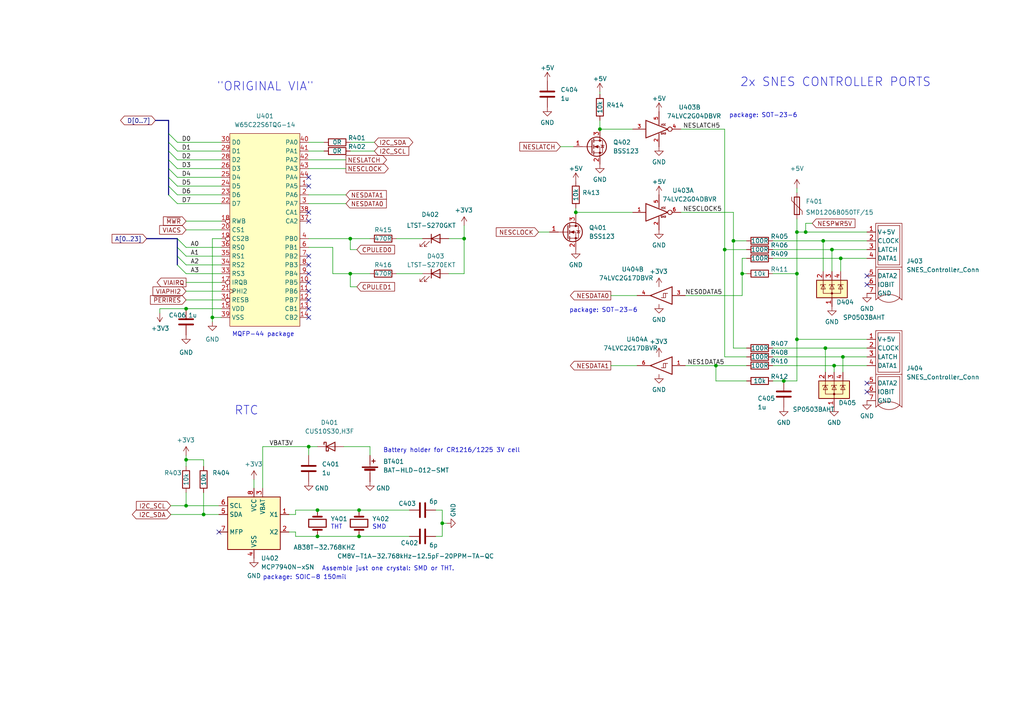
<source format=kicad_sch>
(kicad_sch (version 20211123) (generator eeschema)

  (uuid 2ca7b04e-499f-412b-81b2-a3d96b7084a9)

  (paper "A4")

  (title_block
    (title "OpenX65 - VIA, SNES Controller, RTC")
    (date "2023-03-30")
    (rev "rev01")
    (company "FOR X65.EU DESIGNED BY JSYKORA.INFO")
    (comment 1 "OpenX65 MOTHERBOARD")
  )

  (lib_symbols
    (symbol "74xGxx:74LVC2G17" (pin_names (offset 1.016)) (in_bom yes) (on_board yes)
      (property "Reference" "U" (id 0) (at -2.54 3.81 0)
        (effects (font (size 1.27 1.27)))
      )
      (property "Value" "74LVC2G17" (id 1) (at 0 -3.81 0)
        (effects (font (size 1.27 1.27)))
      )
      (property "Footprint" "" (id 2) (at 0 0 0)
        (effects (font (size 1.27 1.27)) hide)
      )
      (property "Datasheet" "http://www.ti.com/lit/sg/scyt129e/scyt129e.pdf" (id 3) (at 0 0 0)
        (effects (font (size 1.27 1.27)) hide)
      )
      (property "ki_keywords" "Dual Buffer Schmitt LVC CMOS" (id 4) (at 0 0 0)
        (effects (font (size 1.27 1.27)) hide)
      )
      (property "ki_description" "Dual Buffer Schmitt Triggered, Low-Voltage CMOS" (id 5) (at 0 0 0)
        (effects (font (size 1.27 1.27)) hide)
      )
      (property "ki_fp_filters" "SG-* SOT*" (id 6) (at 0 0 0)
        (effects (font (size 1.27 1.27)) hide)
      )
      (symbol "74LVC2G17_0_1"
        (polyline
          (pts
            (xy -1.905 0.635)
            (xy -1.27 0.635)
            (xy -1.27 -0.635)
          )
          (stroke (width 0) (type default) (color 0 0 0 0))
          (fill (type none))
        )
        (polyline
          (pts
            (xy -3.81 2.54)
            (xy -3.81 -2.54)
            (xy 2.54 0)
            (xy -3.81 2.54)
          )
          (stroke (width 0.254) (type default) (color 0 0 0 0))
          (fill (type none))
        )
        (polyline
          (pts
            (xy -2.54 0.635)
            (xy -1.905 0.635)
            (xy -1.905 -0.635)
            (xy -0.635 -0.635)
          )
          (stroke (width 0) (type default) (color 0 0 0 0))
          (fill (type none))
        )
        (pin power_in line (at 0 -2.54 270) (length 0) hide
          (name "GND" (effects (font (size 1.016 1.016))))
          (number "2" (effects (font (size 1.016 1.016))))
        )
        (pin power_in line (at 0 2.54 90) (length 0) hide
          (name "VCC" (effects (font (size 1.016 1.016))))
          (number "5" (effects (font (size 1.016 1.016))))
        )
      )
      (symbol "74LVC2G17_1_1"
        (pin input line (at -7.62 0 0) (length 3.81)
          (name "~" (effects (font (size 1.016 1.016))))
          (number "1" (effects (font (size 1.016 1.016))))
        )
        (pin output line (at 6.35 0 180) (length 3.81)
          (name "~" (effects (font (size 1.016 1.016))))
          (number "6" (effects (font (size 1.016 1.016))))
        )
      )
      (symbol "74LVC2G17_2_1"
        (pin input line (at -7.62 0 0) (length 3.81)
          (name "~" (effects (font (size 1.016 1.016))))
          (number "3" (effects (font (size 1.016 1.016))))
        )
        (pin output line (at 6.35 0 180) (length 3.81)
          (name "~" (effects (font (size 1.016 1.016))))
          (number "4" (effects (font (size 1.016 1.016))))
        )
      )
    )
    (symbol "Device:Battery_Cell" (pin_numbers hide) (pin_names (offset 0) hide) (in_bom yes) (on_board yes)
      (property "Reference" "BT" (id 0) (at 2.54 2.54 0)
        (effects (font (size 1.27 1.27)) (justify left))
      )
      (property "Value" "Battery_Cell" (id 1) (at 2.54 0 0)
        (effects (font (size 1.27 1.27)) (justify left))
      )
      (property "Footprint" "" (id 2) (at 0 1.524 90)
        (effects (font (size 1.27 1.27)) hide)
      )
      (property "Datasheet" "~" (id 3) (at 0 1.524 90)
        (effects (font (size 1.27 1.27)) hide)
      )
      (property "ki_keywords" "battery cell" (id 4) (at 0 0 0)
        (effects (font (size 1.27 1.27)) hide)
      )
      (property "ki_description" "Single-cell battery" (id 5) (at 0 0 0)
        (effects (font (size 1.27 1.27)) hide)
      )
      (symbol "Battery_Cell_0_1"
        (rectangle (start -2.286 1.778) (end 2.286 1.524)
          (stroke (width 0) (type default) (color 0 0 0 0))
          (fill (type outline))
        )
        (rectangle (start -1.5748 1.1938) (end 1.4732 0.6858)
          (stroke (width 0) (type default) (color 0 0 0 0))
          (fill (type outline))
        )
        (polyline
          (pts
            (xy 0 0.762)
            (xy 0 0)
          )
          (stroke (width 0) (type default) (color 0 0 0 0))
          (fill (type none))
        )
        (polyline
          (pts
            (xy 0 1.778)
            (xy 0 2.54)
          )
          (stroke (width 0) (type default) (color 0 0 0 0))
          (fill (type none))
        )
        (polyline
          (pts
            (xy 0.508 3.429)
            (xy 1.524 3.429)
          )
          (stroke (width 0.254) (type default) (color 0 0 0 0))
          (fill (type none))
        )
        (polyline
          (pts
            (xy 1.016 3.937)
            (xy 1.016 2.921)
          )
          (stroke (width 0.254) (type default) (color 0 0 0 0))
          (fill (type none))
        )
      )
      (symbol "Battery_Cell_1_1"
        (pin passive line (at 0 5.08 270) (length 2.54)
          (name "+" (effects (font (size 1.27 1.27))))
          (number "1" (effects (font (size 1.27 1.27))))
        )
        (pin passive line (at 0 -2.54 90) (length 2.54)
          (name "-" (effects (font (size 1.27 1.27))))
          (number "2" (effects (font (size 1.27 1.27))))
        )
      )
    )
    (symbol "Device:C" (pin_numbers hide) (pin_names (offset 0.254)) (in_bom yes) (on_board yes)
      (property "Reference" "C" (id 0) (at 0.635 2.54 0)
        (effects (font (size 1.27 1.27)) (justify left))
      )
      (property "Value" "C" (id 1) (at 0.635 -2.54 0)
        (effects (font (size 1.27 1.27)) (justify left))
      )
      (property "Footprint" "" (id 2) (at 0.9652 -3.81 0)
        (effects (font (size 1.27 1.27)) hide)
      )
      (property "Datasheet" "~" (id 3) (at 0 0 0)
        (effects (font (size 1.27 1.27)) hide)
      )
      (property "ki_keywords" "cap capacitor" (id 4) (at 0 0 0)
        (effects (font (size 1.27 1.27)) hide)
      )
      (property "ki_description" "Unpolarized capacitor" (id 5) (at 0 0 0)
        (effects (font (size 1.27 1.27)) hide)
      )
      (property "ki_fp_filters" "C_*" (id 6) (at 0 0 0)
        (effects (font (size 1.27 1.27)) hide)
      )
      (symbol "C_0_1"
        (polyline
          (pts
            (xy -2.032 -0.762)
            (xy 2.032 -0.762)
          )
          (stroke (width 0.508) (type default) (color 0 0 0 0))
          (fill (type none))
        )
        (polyline
          (pts
            (xy -2.032 0.762)
            (xy 2.032 0.762)
          )
          (stroke (width 0.508) (type default) (color 0 0 0 0))
          (fill (type none))
        )
      )
      (symbol "C_1_1"
        (pin passive line (at 0 3.81 270) (length 2.794)
          (name "~" (effects (font (size 1.27 1.27))))
          (number "1" (effects (font (size 1.27 1.27))))
        )
        (pin passive line (at 0 -3.81 90) (length 2.794)
          (name "~" (effects (font (size 1.27 1.27))))
          (number "2" (effects (font (size 1.27 1.27))))
        )
      )
    )
    (symbol "Device:Crystal" (pin_numbers hide) (pin_names (offset 1.016) hide) (in_bom yes) (on_board yes)
      (property "Reference" "Y" (id 0) (at 0 3.81 0)
        (effects (font (size 1.27 1.27)))
      )
      (property "Value" "Crystal" (id 1) (at 0 -3.81 0)
        (effects (font (size 1.27 1.27)))
      )
      (property "Footprint" "" (id 2) (at 0 0 0)
        (effects (font (size 1.27 1.27)) hide)
      )
      (property "Datasheet" "~" (id 3) (at 0 0 0)
        (effects (font (size 1.27 1.27)) hide)
      )
      (property "ki_keywords" "quartz ceramic resonator oscillator" (id 4) (at 0 0 0)
        (effects (font (size 1.27 1.27)) hide)
      )
      (property "ki_description" "Two pin crystal" (id 5) (at 0 0 0)
        (effects (font (size 1.27 1.27)) hide)
      )
      (property "ki_fp_filters" "Crystal*" (id 6) (at 0 0 0)
        (effects (font (size 1.27 1.27)) hide)
      )
      (symbol "Crystal_0_1"
        (rectangle (start -1.143 2.54) (end 1.143 -2.54)
          (stroke (width 0.3048) (type default) (color 0 0 0 0))
          (fill (type none))
        )
        (polyline
          (pts
            (xy -2.54 0)
            (xy -1.905 0)
          )
          (stroke (width 0) (type default) (color 0 0 0 0))
          (fill (type none))
        )
        (polyline
          (pts
            (xy -1.905 -1.27)
            (xy -1.905 1.27)
          )
          (stroke (width 0.508) (type default) (color 0 0 0 0))
          (fill (type none))
        )
        (polyline
          (pts
            (xy 1.905 -1.27)
            (xy 1.905 1.27)
          )
          (stroke (width 0.508) (type default) (color 0 0 0 0))
          (fill (type none))
        )
        (polyline
          (pts
            (xy 2.54 0)
            (xy 1.905 0)
          )
          (stroke (width 0) (type default) (color 0 0 0 0))
          (fill (type none))
        )
      )
      (symbol "Crystal_1_1"
        (pin passive line (at -3.81 0 0) (length 1.27)
          (name "1" (effects (font (size 1.27 1.27))))
          (number "1" (effects (font (size 1.27 1.27))))
        )
        (pin passive line (at 3.81 0 180) (length 1.27)
          (name "2" (effects (font (size 1.27 1.27))))
          (number "2" (effects (font (size 1.27 1.27))))
        )
      )
    )
    (symbol "Device:D_Schottky" (pin_numbers hide) (pin_names (offset 1.016) hide) (in_bom yes) (on_board yes)
      (property "Reference" "D" (id 0) (at 0 2.54 0)
        (effects (font (size 1.27 1.27)))
      )
      (property "Value" "D_Schottky" (id 1) (at 0 -2.54 0)
        (effects (font (size 1.27 1.27)))
      )
      (property "Footprint" "" (id 2) (at 0 0 0)
        (effects (font (size 1.27 1.27)) hide)
      )
      (property "Datasheet" "~" (id 3) (at 0 0 0)
        (effects (font (size 1.27 1.27)) hide)
      )
      (property "ki_keywords" "diode Schottky" (id 4) (at 0 0 0)
        (effects (font (size 1.27 1.27)) hide)
      )
      (property "ki_description" "Schottky diode" (id 5) (at 0 0 0)
        (effects (font (size 1.27 1.27)) hide)
      )
      (property "ki_fp_filters" "TO-???* *_Diode_* *SingleDiode* D_*" (id 6) (at 0 0 0)
        (effects (font (size 1.27 1.27)) hide)
      )
      (symbol "D_Schottky_0_1"
        (polyline
          (pts
            (xy 1.27 0)
            (xy -1.27 0)
          )
          (stroke (width 0) (type default) (color 0 0 0 0))
          (fill (type none))
        )
        (polyline
          (pts
            (xy 1.27 1.27)
            (xy 1.27 -1.27)
            (xy -1.27 0)
            (xy 1.27 1.27)
          )
          (stroke (width 0.254) (type default) (color 0 0 0 0))
          (fill (type none))
        )
        (polyline
          (pts
            (xy -1.905 0.635)
            (xy -1.905 1.27)
            (xy -1.27 1.27)
            (xy -1.27 -1.27)
            (xy -0.635 -1.27)
            (xy -0.635 -0.635)
          )
          (stroke (width 0.254) (type default) (color 0 0 0 0))
          (fill (type none))
        )
      )
      (symbol "D_Schottky_1_1"
        (pin passive line (at -3.81 0 0) (length 2.54)
          (name "K" (effects (font (size 1.27 1.27))))
          (number "1" (effects (font (size 1.27 1.27))))
        )
        (pin passive line (at 3.81 0 180) (length 2.54)
          (name "A" (effects (font (size 1.27 1.27))))
          (number "2" (effects (font (size 1.27 1.27))))
        )
      )
    )
    (symbol "Device:LED" (pin_numbers hide) (pin_names (offset 1.016) hide) (in_bom yes) (on_board yes)
      (property "Reference" "D" (id 0) (at 0 2.54 0)
        (effects (font (size 1.27 1.27)))
      )
      (property "Value" "LED" (id 1) (at 0 -2.54 0)
        (effects (font (size 1.27 1.27)))
      )
      (property "Footprint" "" (id 2) (at 0 0 0)
        (effects (font (size 1.27 1.27)) hide)
      )
      (property "Datasheet" "~" (id 3) (at 0 0 0)
        (effects (font (size 1.27 1.27)) hide)
      )
      (property "ki_keywords" "LED diode" (id 4) (at 0 0 0)
        (effects (font (size 1.27 1.27)) hide)
      )
      (property "ki_description" "Light emitting diode" (id 5) (at 0 0 0)
        (effects (font (size 1.27 1.27)) hide)
      )
      (property "ki_fp_filters" "LED* LED_SMD:* LED_THT:*" (id 6) (at 0 0 0)
        (effects (font (size 1.27 1.27)) hide)
      )
      (symbol "LED_0_1"
        (polyline
          (pts
            (xy -1.27 -1.27)
            (xy -1.27 1.27)
          )
          (stroke (width 0.254) (type default) (color 0 0 0 0))
          (fill (type none))
        )
        (polyline
          (pts
            (xy -1.27 0)
            (xy 1.27 0)
          )
          (stroke (width 0) (type default) (color 0 0 0 0))
          (fill (type none))
        )
        (polyline
          (pts
            (xy 1.27 -1.27)
            (xy 1.27 1.27)
            (xy -1.27 0)
            (xy 1.27 -1.27)
          )
          (stroke (width 0.254) (type default) (color 0 0 0 0))
          (fill (type none))
        )
        (polyline
          (pts
            (xy -3.048 -0.762)
            (xy -4.572 -2.286)
            (xy -3.81 -2.286)
            (xy -4.572 -2.286)
            (xy -4.572 -1.524)
          )
          (stroke (width 0) (type default) (color 0 0 0 0))
          (fill (type none))
        )
        (polyline
          (pts
            (xy -1.778 -0.762)
            (xy -3.302 -2.286)
            (xy -2.54 -2.286)
            (xy -3.302 -2.286)
            (xy -3.302 -1.524)
          )
          (stroke (width 0) (type default) (color 0 0 0 0))
          (fill (type none))
        )
      )
      (symbol "LED_1_1"
        (pin passive line (at -3.81 0 0) (length 2.54)
          (name "K" (effects (font (size 1.27 1.27))))
          (number "1" (effects (font (size 1.27 1.27))))
        )
        (pin passive line (at 3.81 0 180) (length 2.54)
          (name "A" (effects (font (size 1.27 1.27))))
          (number "2" (effects (font (size 1.27 1.27))))
        )
      )
    )
    (symbol "Device:Polyfuse" (pin_numbers hide) (pin_names (offset 0)) (in_bom yes) (on_board yes)
      (property "Reference" "F" (id 0) (at -2.54 0 90)
        (effects (font (size 1.27 1.27)))
      )
      (property "Value" "Polyfuse" (id 1) (at 2.54 0 90)
        (effects (font (size 1.27 1.27)))
      )
      (property "Footprint" "" (id 2) (at 1.27 -5.08 0)
        (effects (font (size 1.27 1.27)) (justify left) hide)
      )
      (property "Datasheet" "~" (id 3) (at 0 0 0)
        (effects (font (size 1.27 1.27)) hide)
      )
      (property "ki_keywords" "resettable fuse PTC PPTC polyfuse polyswitch" (id 4) (at 0 0 0)
        (effects (font (size 1.27 1.27)) hide)
      )
      (property "ki_description" "Resettable fuse, polymeric positive temperature coefficient" (id 5) (at 0 0 0)
        (effects (font (size 1.27 1.27)) hide)
      )
      (property "ki_fp_filters" "*polyfuse* *PTC*" (id 6) (at 0 0 0)
        (effects (font (size 1.27 1.27)) hide)
      )
      (symbol "Polyfuse_0_1"
        (rectangle (start -0.762 2.54) (end 0.762 -2.54)
          (stroke (width 0.254) (type default) (color 0 0 0 0))
          (fill (type none))
        )
        (polyline
          (pts
            (xy 0 2.54)
            (xy 0 -2.54)
          )
          (stroke (width 0) (type default) (color 0 0 0 0))
          (fill (type none))
        )
        (polyline
          (pts
            (xy -1.524 2.54)
            (xy -1.524 1.524)
            (xy 1.524 -1.524)
            (xy 1.524 -2.54)
          )
          (stroke (width 0) (type default) (color 0 0 0 0))
          (fill (type none))
        )
      )
      (symbol "Polyfuse_1_1"
        (pin passive line (at 0 3.81 270) (length 1.27)
          (name "~" (effects (font (size 1.27 1.27))))
          (number "1" (effects (font (size 1.27 1.27))))
        )
        (pin passive line (at 0 -3.81 90) (length 1.27)
          (name "~" (effects (font (size 1.27 1.27))))
          (number "2" (effects (font (size 1.27 1.27))))
        )
      )
    )
    (symbol "Device:R" (pin_numbers hide) (pin_names (offset 0)) (in_bom yes) (on_board yes)
      (property "Reference" "R" (id 0) (at 2.032 0 90)
        (effects (font (size 1.27 1.27)))
      )
      (property "Value" "R" (id 1) (at 0 0 90)
        (effects (font (size 1.27 1.27)))
      )
      (property "Footprint" "" (id 2) (at -1.778 0 90)
        (effects (font (size 1.27 1.27)) hide)
      )
      (property "Datasheet" "~" (id 3) (at 0 0 0)
        (effects (font (size 1.27 1.27)) hide)
      )
      (property "ki_keywords" "R res resistor" (id 4) (at 0 0 0)
        (effects (font (size 1.27 1.27)) hide)
      )
      (property "ki_description" "Resistor" (id 5) (at 0 0 0)
        (effects (font (size 1.27 1.27)) hide)
      )
      (property "ki_fp_filters" "R_*" (id 6) (at 0 0 0)
        (effects (font (size 1.27 1.27)) hide)
      )
      (symbol "R_0_1"
        (rectangle (start -1.016 -2.54) (end 1.016 2.54)
          (stroke (width 0.254) (type default) (color 0 0 0 0))
          (fill (type none))
        )
      )
      (symbol "R_1_1"
        (pin passive line (at 0 3.81 270) (length 1.27)
          (name "~" (effects (font (size 1.27 1.27))))
          (number "1" (effects (font (size 1.27 1.27))))
        )
        (pin passive line (at 0 -3.81 90) (length 1.27)
          (name "~" (effects (font (size 1.27 1.27))))
          (number "2" (effects (font (size 1.27 1.27))))
        )
      )
    )
    (symbol "GND_1" (power) (pin_names (offset 0)) (in_bom yes) (on_board yes)
      (property "Reference" "#PWR" (id 0) (at 0 -6.35 0)
        (effects (font (size 1.27 1.27)) hide)
      )
      (property "Value" "GND_1" (id 1) (at 0 -3.81 0)
        (effects (font (size 1.27 1.27)))
      )
      (property "Footprint" "" (id 2) (at 0 0 0)
        (effects (font (size 1.27 1.27)) hide)
      )
      (property "Datasheet" "" (id 3) (at 0 0 0)
        (effects (font (size 1.27 1.27)) hide)
      )
      (property "ki_keywords" "global power" (id 4) (at 0 0 0)
        (effects (font (size 1.27 1.27)) hide)
      )
      (property "ki_description" "Power symbol creates a global label with name \"GND\" , ground" (id 5) (at 0 0 0)
        (effects (font (size 1.27 1.27)) hide)
      )
      (symbol "GND_1_0_1"
        (polyline
          (pts
            (xy 0 0)
            (xy 0 -1.27)
            (xy 1.27 -1.27)
            (xy 0 -2.54)
            (xy -1.27 -1.27)
            (xy 0 -1.27)
          )
          (stroke (width 0) (type default) (color 0 0 0 0))
          (fill (type none))
        )
      )
      (symbol "GND_1_1_1"
        (pin power_in line (at 0 0 270) (length 0) hide
          (name "GND" (effects (font (size 1.27 1.27))))
          (number "1" (effects (font (size 1.27 1.27))))
        )
      )
    )
    (symbol "Power_Protection:SP0503BAHT" (pin_names hide) (in_bom yes) (on_board yes)
      (property "Reference" "D" (id 0) (at 5.715 2.54 0)
        (effects (font (size 1.27 1.27)) (justify left))
      )
      (property "Value" "SP0503BAHT" (id 1) (at 5.715 0.635 0)
        (effects (font (size 1.27 1.27)) (justify left))
      )
      (property "Footprint" "Package_TO_SOT_SMD:SOT-143" (id 2) (at 5.715 -1.27 0)
        (effects (font (size 1.27 1.27)) (justify left) hide)
      )
      (property "Datasheet" "http://www.littelfuse.com/~/media/files/littelfuse/technical%20resources/documents/data%20sheets/sp05xxba.pdf" (id 3) (at 3.175 3.175 0)
        (effects (font (size 1.27 1.27)) hide)
      )
      (property "ki_keywords" "usb esd protection suppression transient" (id 4) (at 0 0 0)
        (effects (font (size 1.27 1.27)) hide)
      )
      (property "ki_description" "TVS Diode Array, 5.5V Standoff, 3 Channels, SOT-143 package" (id 5) (at 0 0 0)
        (effects (font (size 1.27 1.27)) hide)
      )
      (property "ki_fp_filters" "SOT?143*" (id 6) (at 0 0 0)
        (effects (font (size 1.27 1.27)) hide)
      )
      (symbol "SP0503BAHT_0_0"
        (pin passive line (at 0 -5.08 90) (length 2.54)
          (name "A" (effects (font (size 1.27 1.27))))
          (number "1" (effects (font (size 1.27 1.27))))
        )
      )
      (symbol "SP0503BAHT_0_1"
        (rectangle (start -4.445 2.54) (end 4.445 -2.54)
          (stroke (width 0.254) (type default) (color 0 0 0 0))
          (fill (type background))
        )
        (circle (center 0 -1.27) (radius 0.254)
          (stroke (width 0) (type default) (color 0 0 0 0))
          (fill (type outline))
        )
        (polyline
          (pts
            (xy -2.54 2.54)
            (xy -2.54 1.27)
          )
          (stroke (width 0) (type default) (color 0 0 0 0))
          (fill (type none))
        )
        (polyline
          (pts
            (xy 0 -1.27)
            (xy 0 -2.54)
          )
          (stroke (width 0) (type default) (color 0 0 0 0))
          (fill (type none))
        )
        (polyline
          (pts
            (xy 0 -1.27)
            (xy 0 1.27)
          )
          (stroke (width 0) (type default) (color 0 0 0 0))
          (fill (type none))
        )
        (polyline
          (pts
            (xy 0 2.54)
            (xy 0 1.27)
          )
          (stroke (width 0) (type default) (color 0 0 0 0))
          (fill (type none))
        )
        (polyline
          (pts
            (xy 0.635 1.27)
            (xy 0.762 1.27)
          )
          (stroke (width 0) (type default) (color 0 0 0 0))
          (fill (type none))
        )
        (polyline
          (pts
            (xy 2.54 2.54)
            (xy 2.54 1.27)
          )
          (stroke (width 0) (type default) (color 0 0 0 0))
          (fill (type none))
        )
        (polyline
          (pts
            (xy 0.635 1.27)
            (xy -0.762 1.27)
            (xy -0.762 1.016)
          )
          (stroke (width 0) (type default) (color 0 0 0 0))
          (fill (type none))
        )
        (polyline
          (pts
            (xy -3.302 1.016)
            (xy -3.302 1.27)
            (xy -1.905 1.27)
            (xy -1.778 1.27)
          )
          (stroke (width 0) (type default) (color 0 0 0 0))
          (fill (type none))
        )
        (polyline
          (pts
            (xy -2.54 1.27)
            (xy -2.54 -1.27)
            (xy 2.54 -1.27)
            (xy 2.54 1.27)
          )
          (stroke (width 0) (type default) (color 0 0 0 0))
          (fill (type none))
        )
        (polyline
          (pts
            (xy -2.54 1.27)
            (xy -1.905 0)
            (xy -3.175 0)
            (xy -2.54 1.27)
          )
          (stroke (width 0) (type default) (color 0 0 0 0))
          (fill (type none))
        )
        (polyline
          (pts
            (xy 0.635 0)
            (xy -0.635 0)
            (xy 0 1.27)
            (xy 0.635 0)
          )
          (stroke (width 0) (type default) (color 0 0 0 0))
          (fill (type none))
        )
        (polyline
          (pts
            (xy 1.778 1.016)
            (xy 1.778 1.27)
            (xy 3.175 1.27)
            (xy 3.302 1.27)
          )
          (stroke (width 0) (type default) (color 0 0 0 0))
          (fill (type none))
        )
        (polyline
          (pts
            (xy 2.54 1.27)
            (xy 1.905 0)
            (xy 3.175 0)
            (xy 2.54 1.27)
          )
          (stroke (width 0) (type default) (color 0 0 0 0))
          (fill (type none))
        )
      )
      (symbol "SP0503BAHT_1_1"
        (pin passive line (at -2.54 5.08 270) (length 2.54)
          (name "K" (effects (font (size 1.27 1.27))))
          (number "2" (effects (font (size 1.27 1.27))))
        )
        (pin passive line (at 0 5.08 270) (length 2.54)
          (name "K" (effects (font (size 1.27 1.27))))
          (number "3" (effects (font (size 1.27 1.27))))
        )
        (pin passive line (at 2.54 5.08 270) (length 2.54)
          (name "K" (effects (font (size 1.27 1.27))))
          (number "4" (effects (font (size 1.27 1.27))))
        )
      )
    )
    (symbol "SNES_Controller_Conn_1" (in_bom yes) (on_board yes)
      (property "Reference" "J" (id 0) (at -8.89 0 0)
        (effects (font (size 1.27 1.27)))
      )
      (property "Value" "SNES_Controller_Conn_1" (id 1) (at 0 2.54 0)
        (effects (font (size 1.27 1.27)))
      )
      (property "Footprint" "" (id 2) (at 0 0 0)
        (effects (font (size 1.27 1.27)) hide)
      )
      (property "Datasheet" "" (id 3) (at 0 0 0)
        (effects (font (size 1.27 1.27)) hide)
      )
      (symbol "SNES_Controller_Conn_1_0_1"
        (arc (start -9.525 7.62) (mid -6.35 6.3049) (end -3.175 7.62)
          (stroke (width 0) (type default) (color 0 0 0 0))
          (fill (type none))
        )
        (rectangle (start -9.525 28.575) (end -3.175 17.145)
          (stroke (width 0) (type default) (color 0 0 0 0))
          (fill (type none))
        )
        (arc (start -2.54 6.9849) (mid -6.35 16.1832) (end -10.16 6.9849)
          (stroke (width 0) (type default) (color 0 0 0 0))
          (fill (type none))
        )
        (polyline
          (pts
            (xy -9.525 15.875)
            (xy -9.525 7.62)
          )
          (stroke (width 0) (type default) (color 0 0 0 0))
          (fill (type none))
        )
        (polyline
          (pts
            (xy -2.54 16.51)
            (xy -10.16 16.51)
          )
          (stroke (width 0) (type default) (color 0 0 0 0))
          (fill (type none))
        )
        (polyline
          (pts
            (xy -9.525 15.875)
            (xy -3.175 15.875)
            (xy -3.175 7.62)
          )
          (stroke (width 0) (type default) (color 0 0 0 0))
          (fill (type none))
        )
        (polyline
          (pts
            (xy -10.16 6.985)
            (xy -10.16 29.21)
            (xy -2.54 29.21)
            (xy -2.54 6.985)
          )
          (stroke (width 0) (type default) (color 0 0 0 0))
          (fill (type none))
        )
      )
      (symbol "SNES_Controller_Conn_1_1_1"
        (pin power_in line (at 0 26.67 180) (length 2.54)
          (name "V+5V" (effects (font (size 1.27 1.27))))
          (number "1" (effects (font (size 1.27 1.27))))
        )
        (pin input line (at 0 24.13 180) (length 2.54)
          (name "CLOCK" (effects (font (size 1.27 1.27))))
          (number "2" (effects (font (size 1.27 1.27))))
        )
        (pin input line (at 0 21.59 180) (length 2.54)
          (name "LATCH" (effects (font (size 1.27 1.27))))
          (number "3" (effects (font (size 1.27 1.27))))
        )
        (pin output line (at 0 19.05 180) (length 2.54)
          (name "DATA1" (effects (font (size 1.27 1.27))))
          (number "4" (effects (font (size 1.27 1.27))))
        )
        (pin input line (at 0 13.97 180) (length 2.54)
          (name "DATA2" (effects (font (size 1.27 1.27))))
          (number "5" (effects (font (size 1.27 1.27))))
        )
        (pin input line (at 0 11.43 180) (length 2.54)
          (name "IOBIT" (effects (font (size 1.27 1.27))))
          (number "6" (effects (font (size 1.27 1.27))))
        )
        (pin power_in line (at 0 8.89 180) (length 2.54)
          (name "GND" (effects (font (size 1.27 1.27))))
          (number "7" (effects (font (size 1.27 1.27))))
        )
      )
    )
    (symbol "Timer_RTC:MCP7940N-xSN" (in_bom yes) (on_board yes)
      (property "Reference" "U" (id 0) (at -6.35 8.89 0)
        (effects (font (size 1.27 1.27)))
      )
      (property "Value" "MCP7940N-xSN" (id 1) (at 11.43 8.89 0)
        (effects (font (size 1.27 1.27)))
      )
      (property "Footprint" "" (id 2) (at 0 0 0)
        (effects (font (size 1.27 1.27)) hide)
      )
      (property "Datasheet" "http://ww1.microchip.com/downloads/en/DeviceDoc/20005010F.pdf" (id 3) (at 0 0 0)
        (effects (font (size 1.27 1.27)) hide)
      )
      (property "ki_keywords" "realtime clock RTC" (id 4) (at 0 0 0)
        (effects (font (size 1.27 1.27)) hide)
      )
      (property "ki_description" "Real-Time Clock, I2C, Battery Backup, SOIC-8" (id 5) (at 0 0 0)
        (effects (font (size 1.27 1.27)) hide)
      )
      (property "ki_fp_filters" "SOIC*3.9x4.9mm*P1.27mm* TSSOP*4.4x3mm*P0.65mm* MSOP*3x3mm*P0.65mm* DIP*W7.62mm*" (id 6) (at 0 0 0)
        (effects (font (size 1.27 1.27)) hide)
      )
      (symbol "MCP7940N-xSN_0_1"
        (rectangle (start -7.62 7.62) (end 7.62 -7.62)
          (stroke (width 0.254) (type default) (color 0 0 0 0))
          (fill (type background))
        )
      )
      (symbol "MCP7940N-xSN_1_1"
        (pin input line (at 10.16 2.54 180) (length 2.54)
          (name "X1" (effects (font (size 1.27 1.27))))
          (number "1" (effects (font (size 1.27 1.27))))
        )
        (pin output line (at 10.16 -2.54 180) (length 2.54)
          (name "X2" (effects (font (size 1.27 1.27))))
          (number "2" (effects (font (size 1.27 1.27))))
        )
        (pin power_in line (at 2.54 10.16 270) (length 2.54)
          (name "VBAT" (effects (font (size 1.27 1.27))))
          (number "3" (effects (font (size 1.27 1.27))))
        )
        (pin power_in line (at 0 -10.16 90) (length 2.54)
          (name "VSS" (effects (font (size 1.27 1.27))))
          (number "4" (effects (font (size 1.27 1.27))))
        )
        (pin bidirectional line (at -10.16 2.54 0) (length 2.54)
          (name "SDA" (effects (font (size 1.27 1.27))))
          (number "5" (effects (font (size 1.27 1.27))))
        )
        (pin input line (at -10.16 5.08 0) (length 2.54)
          (name "SCL" (effects (font (size 1.27 1.27))))
          (number "6" (effects (font (size 1.27 1.27))))
        )
        (pin open_collector line (at -10.16 -2.54 0) (length 2.54)
          (name "MFP" (effects (font (size 1.27 1.27))))
          (number "7" (effects (font (size 1.27 1.27))))
        )
        (pin power_in line (at 0 10.16 270) (length 2.54)
          (name "VCC" (effects (font (size 1.27 1.27))))
          (number "8" (effects (font (size 1.27 1.27))))
        )
      )
    )
    (symbol "Transistor_FET:BSS123" (pin_names hide) (in_bom yes) (on_board yes)
      (property "Reference" "Q" (id 0) (at 5.08 1.905 0)
        (effects (font (size 1.27 1.27)) (justify left))
      )
      (property "Value" "BSS123" (id 1) (at 5.08 0 0)
        (effects (font (size 1.27 1.27)) (justify left))
      )
      (property "Footprint" "Package_TO_SOT_SMD:SOT-23" (id 2) (at 5.08 -1.905 0)
        (effects (font (size 1.27 1.27) italic) (justify left) hide)
      )
      (property "Datasheet" "http://www.diodes.com/assets/Datasheets/ds30366.pdf" (id 3) (at 0 0 0)
        (effects (font (size 1.27 1.27)) (justify left) hide)
      )
      (property "ki_keywords" "N-Channel MOSFET" (id 4) (at 0 0 0)
        (effects (font (size 1.27 1.27)) hide)
      )
      (property "ki_description" "0.17A Id, 100V Vds, N-Channel MOSFET, SOT-23" (id 5) (at 0 0 0)
        (effects (font (size 1.27 1.27)) hide)
      )
      (property "ki_fp_filters" "SOT?23*" (id 6) (at 0 0 0)
        (effects (font (size 1.27 1.27)) hide)
      )
      (symbol "BSS123_0_1"
        (polyline
          (pts
            (xy 0.254 0)
            (xy -2.54 0)
          )
          (stroke (width 0) (type default) (color 0 0 0 0))
          (fill (type none))
        )
        (polyline
          (pts
            (xy 0.254 1.905)
            (xy 0.254 -1.905)
          )
          (stroke (width 0.254) (type default) (color 0 0 0 0))
          (fill (type none))
        )
        (polyline
          (pts
            (xy 0.762 -1.27)
            (xy 0.762 -2.286)
          )
          (stroke (width 0.254) (type default) (color 0 0 0 0))
          (fill (type none))
        )
        (polyline
          (pts
            (xy 0.762 0.508)
            (xy 0.762 -0.508)
          )
          (stroke (width 0.254) (type default) (color 0 0 0 0))
          (fill (type none))
        )
        (polyline
          (pts
            (xy 0.762 2.286)
            (xy 0.762 1.27)
          )
          (stroke (width 0.254) (type default) (color 0 0 0 0))
          (fill (type none))
        )
        (polyline
          (pts
            (xy 2.54 2.54)
            (xy 2.54 1.778)
          )
          (stroke (width 0) (type default) (color 0 0 0 0))
          (fill (type none))
        )
        (polyline
          (pts
            (xy 2.54 -2.54)
            (xy 2.54 0)
            (xy 0.762 0)
          )
          (stroke (width 0) (type default) (color 0 0 0 0))
          (fill (type none))
        )
        (polyline
          (pts
            (xy 0.762 -1.778)
            (xy 3.302 -1.778)
            (xy 3.302 1.778)
            (xy 0.762 1.778)
          )
          (stroke (width 0) (type default) (color 0 0 0 0))
          (fill (type none))
        )
        (polyline
          (pts
            (xy 1.016 0)
            (xy 2.032 0.381)
            (xy 2.032 -0.381)
            (xy 1.016 0)
          )
          (stroke (width 0) (type default) (color 0 0 0 0))
          (fill (type outline))
        )
        (polyline
          (pts
            (xy 2.794 0.508)
            (xy 2.921 0.381)
            (xy 3.683 0.381)
            (xy 3.81 0.254)
          )
          (stroke (width 0) (type default) (color 0 0 0 0))
          (fill (type none))
        )
        (polyline
          (pts
            (xy 3.302 0.381)
            (xy 2.921 -0.254)
            (xy 3.683 -0.254)
            (xy 3.302 0.381)
          )
          (stroke (width 0) (type default) (color 0 0 0 0))
          (fill (type none))
        )
        (circle (center 1.651 0) (radius 2.794)
          (stroke (width 0.254) (type default) (color 0 0 0 0))
          (fill (type none))
        )
        (circle (center 2.54 -1.778) (radius 0.254)
          (stroke (width 0) (type default) (color 0 0 0 0))
          (fill (type outline))
        )
        (circle (center 2.54 1.778) (radius 0.254)
          (stroke (width 0) (type default) (color 0 0 0 0))
          (fill (type outline))
        )
      )
      (symbol "BSS123_1_1"
        (pin input line (at -5.08 0 0) (length 2.54)
          (name "G" (effects (font (size 1.27 1.27))))
          (number "1" (effects (font (size 1.27 1.27))))
        )
        (pin passive line (at 2.54 -5.08 90) (length 2.54)
          (name "S" (effects (font (size 1.27 1.27))))
          (number "2" (effects (font (size 1.27 1.27))))
        )
        (pin passive line (at 2.54 5.08 270) (length 2.54)
          (name "D" (effects (font (size 1.27 1.27))))
          (number "3" (effects (font (size 1.27 1.27))))
        )
      )
    )
    (symbol "W65:W65C22S6TQG-14" (in_bom yes) (on_board yes)
      (property "Reference" "U" (id 0) (at -7.62 -3.81 0)
        (effects (font (size 1.27 1.27)))
      )
      (property "Value" "W65C22S6TQG-14" (id 1) (at 0 -6.35 0)
        (effects (font (size 1.27 1.27)))
      )
      (property "Footprint" "Package_QFP:PQFP-44_10x10mm_P0.8mm" (id 2) (at 3.81 -8.89 0)
        (effects (font (size 1.27 1.27)) hide)
      )
      (property "Datasheet" "" (id 3) (at 3.81 -8.89 0)
        (effects (font (size 1.27 1.27)) hide)
      )
      (symbol "W65C22S6TQG-14_0_1"
        (rectangle (start -10.16 53.34) (end 10.16 -2.54)
          (stroke (width 0) (type default) (color 0 0 0 0))
          (fill (type background))
        )
      )
      (symbol "W65C22S6TQG-14_1_1"
        (pin tri_state line (at 12.7 38.1 180) (length 2.54)
          (name "PA5" (effects (font (size 1.27 1.27))))
          (number "1" (effects (font (size 1.27 1.27))))
        )
        (pin tri_state line (at 12.7 10.16 180) (length 2.54)
          (name "PB5" (effects (font (size 1.27 1.27))))
          (number "10" (effects (font (size 1.27 1.27))))
        )
        (pin tri_state line (at 12.7 7.62 180) (length 2.54)
          (name "PB6" (effects (font (size 1.27 1.27))))
          (number "11" (effects (font (size 1.27 1.27))))
        )
        (pin tri_state line (at 12.7 5.08 180) (length 2.54)
          (name "PB7" (effects (font (size 1.27 1.27))))
          (number "12" (effects (font (size 1.27 1.27))))
        )
        (pin tri_state line (at 12.7 2.54 180) (length 2.54)
          (name "CB1" (effects (font (size 1.27 1.27))))
          (number "13" (effects (font (size 1.27 1.27))))
        )
        (pin tri_state line (at 12.7 0 180) (length 2.54)
          (name "CB2" (effects (font (size 1.27 1.27))))
          (number "14" (effects (font (size 1.27 1.27))))
        )
        (pin power_in line (at -12.7 2.54 0) (length 2.54)
          (name "VDD" (effects (font (size 1.27 1.27))))
          (number "15" (effects (font (size 1.27 1.27))))
        )
        (pin output inverted (at -12.7 10.16 0) (length 2.54)
          (name "IRQB" (effects (font (size 1.27 1.27))))
          (number "17" (effects (font (size 1.27 1.27))))
        )
        (pin input inverted (at -12.7 27.94 0) (length 2.54)
          (name "RWB" (effects (font (size 1.27 1.27))))
          (number "18" (effects (font (size 1.27 1.27))))
        )
        (pin input inverted (at -12.7 22.86 0) (length 2.54)
          (name "CS2B" (effects (font (size 1.27 1.27))))
          (number "19" (effects (font (size 1.27 1.27))))
        )
        (pin tri_state line (at 12.7 35.56 180) (length 2.54)
          (name "PA6" (effects (font (size 1.27 1.27))))
          (number "2" (effects (font (size 1.27 1.27))))
        )
        (pin input line (at -12.7 25.4 0) (length 2.54)
          (name "CS1" (effects (font (size 1.27 1.27))))
          (number "20" (effects (font (size 1.27 1.27))))
        )
        (pin input clock (at -12.7 7.62 0) (length 2.54)
          (name "PHI2" (effects (font (size 1.27 1.27))))
          (number "21" (effects (font (size 1.27 1.27))))
        )
        (pin tri_state line (at -12.7 33.02 0) (length 2.54)
          (name "D7" (effects (font (size 1.27 1.27))))
          (number "22" (effects (font (size 1.27 1.27))))
        )
        (pin tri_state line (at -12.7 35.56 0) (length 2.54)
          (name "D6" (effects (font (size 1.27 1.27))))
          (number "23" (effects (font (size 1.27 1.27))))
        )
        (pin tri_state line (at -12.7 38.1 0) (length 2.54)
          (name "D5" (effects (font (size 1.27 1.27))))
          (number "24" (effects (font (size 1.27 1.27))))
        )
        (pin tri_state line (at -12.7 40.64 0) (length 2.54)
          (name "D4" (effects (font (size 1.27 1.27))))
          (number "25" (effects (font (size 1.27 1.27))))
        )
        (pin tri_state line (at -12.7 43.18 0) (length 2.54)
          (name "D3" (effects (font (size 1.27 1.27))))
          (number "26" (effects (font (size 1.27 1.27))))
        )
        (pin tri_state line (at -12.7 45.72 0) (length 2.54)
          (name "D2" (effects (font (size 1.27 1.27))))
          (number "28" (effects (font (size 1.27 1.27))))
        )
        (pin tri_state line (at -12.7 48.26 0) (length 2.54)
          (name "D1" (effects (font (size 1.27 1.27))))
          (number "29" (effects (font (size 1.27 1.27))))
        )
        (pin tri_state line (at 12.7 33.02 180) (length 2.54)
          (name "PA7" (effects (font (size 1.27 1.27))))
          (number "3" (effects (font (size 1.27 1.27))))
        )
        (pin tri_state line (at -12.7 50.8 0) (length 2.54)
          (name "D0" (effects (font (size 1.27 1.27))))
          (number "30" (effects (font (size 1.27 1.27))))
        )
        (pin input inverted (at -12.7 5.08 0) (length 2.54)
          (name "RESB" (effects (font (size 1.27 1.27))))
          (number "31" (effects (font (size 1.27 1.27))))
        )
        (pin input line (at -12.7 12.7 0) (length 2.54)
          (name "RS3" (effects (font (size 1.27 1.27))))
          (number "33" (effects (font (size 1.27 1.27))))
        )
        (pin input line (at -12.7 15.24 0) (length 2.54)
          (name "RS2" (effects (font (size 1.27 1.27))))
          (number "34" (effects (font (size 1.27 1.27))))
        )
        (pin input line (at -12.7 17.78 0) (length 2.54)
          (name "RS1" (effects (font (size 1.27 1.27))))
          (number "35" (effects (font (size 1.27 1.27))))
        )
        (pin input line (at -12.7 20.32 0) (length 2.54)
          (name "RS0" (effects (font (size 1.27 1.27))))
          (number "36" (effects (font (size 1.27 1.27))))
        )
        (pin tri_state line (at 12.7 27.94 180) (length 2.54)
          (name "CA2" (effects (font (size 1.27 1.27))))
          (number "37" (effects (font (size 1.27 1.27))))
        )
        (pin tri_state line (at 12.7 30.48 180) (length 2.54)
          (name "CA1" (effects (font (size 1.27 1.27))))
          (number "38" (effects (font (size 1.27 1.27))))
        )
        (pin power_in line (at -12.7 0 0) (length 2.54)
          (name "VSS" (effects (font (size 1.27 1.27))))
          (number "39" (effects (font (size 1.27 1.27))))
        )
        (pin tri_state line (at 12.7 22.86 180) (length 2.54)
          (name "PB0" (effects (font (size 1.27 1.27))))
          (number "4" (effects (font (size 1.27 1.27))))
        )
        (pin tri_state line (at 12.7 50.8 180) (length 2.54)
          (name "PA0" (effects (font (size 1.27 1.27))))
          (number "40" (effects (font (size 1.27 1.27))))
        )
        (pin tri_state line (at 12.7 48.26 180) (length 2.54)
          (name "PA1" (effects (font (size 1.27 1.27))))
          (number "41" (effects (font (size 1.27 1.27))))
        )
        (pin tri_state line (at 12.7 45.72 180) (length 2.54)
          (name "PA2" (effects (font (size 1.27 1.27))))
          (number "42" (effects (font (size 1.27 1.27))))
        )
        (pin tri_state line (at 12.7 43.18 180) (length 2.54)
          (name "PA3" (effects (font (size 1.27 1.27))))
          (number "43" (effects (font (size 1.27 1.27))))
        )
        (pin tri_state line (at 12.7 40.64 180) (length 2.54)
          (name "PA4" (effects (font (size 1.27 1.27))))
          (number "44" (effects (font (size 1.27 1.27))))
        )
        (pin tri_state line (at 12.7 20.32 180) (length 2.54)
          (name "PB1" (effects (font (size 1.27 1.27))))
          (number "6" (effects (font (size 1.27 1.27))))
        )
        (pin tri_state line (at 12.7 17.78 180) (length 2.54)
          (name "PB2" (effects (font (size 1.27 1.27))))
          (number "7" (effects (font (size 1.27 1.27))))
        )
        (pin tri_state line (at 12.7 15.24 180) (length 2.54)
          (name "PB3" (effects (font (size 1.27 1.27))))
          (number "8" (effects (font (size 1.27 1.27))))
        )
        (pin tri_state line (at 12.7 12.7 180) (length 2.54)
          (name "PB4" (effects (font (size 1.27 1.27))))
          (number "9" (effects (font (size 1.27 1.27))))
        )
      )
    )
    (symbol "explicit_74lvc2g04:74LVC2G04" (pin_names (offset 1.016)) (in_bom yes) (on_board yes)
      (property "Reference" "U" (id 0) (at -2.54 3.81 0)
        (effects (font (size 1.27 1.27)))
      )
      (property "Value" "74LVC2G04" (id 1) (at 6.35 3.81 0)
        (effects (font (size 1.27 1.27)))
      )
      (property "Footprint" "" (id 2) (at 0 0 0)
        (effects (font (size 1.27 1.27)) hide)
      )
      (property "Datasheet" "http://www.ti.com/lit/sg/scyt129e/scyt129e.pdf" (id 3) (at 2.54 -11.43 0)
        (effects (font (size 1.27 1.27)) hide)
      )
      (property "ki_keywords" "Dual Gate NOT LVC CMOS" (id 4) (at 0 0 0)
        (effects (font (size 1.27 1.27)) hide)
      )
      (property "ki_description" "Dual NOT Gate, Low-Voltage CMOS" (id 5) (at 0 0 0)
        (effects (font (size 1.27 1.27)) hide)
      )
      (property "ki_fp_filters" "SG-* SOT*" (id 6) (at 0 0 0)
        (effects (font (size 1.27 1.27)) hide)
      )
      (symbol "74LVC2G04_0_0"
        (text "GND" (at 1.27 -1.27 0)
          (effects (font (size 0.5 0.5)))
        )
        (text "VCC" (at 1.27 1.27 0)
          (effects (font (size 0.5 0.5)))
        )
      )
      (symbol "74LVC2G04_0_1"
        (polyline
          (pts
            (xy -3.81 2.54)
            (xy -3.81 -2.54)
            (xy 2.54 0)
            (xy -3.81 2.54)
          )
          (stroke (width 0.254) (type default) (color 0 0 0 0))
          (fill (type none))
        )
        (pin power_in line (at 0 -5.08 90) (length 3.81)
          (name "~" (effects (font (size 1.016 1.016))))
          (number "2" (effects (font (size 1.016 1.016))))
        )
        (pin power_in line (at 0 5.08 270) (length 3.81)
          (name "~" (effects (font (size 1.016 1.016))))
          (number "5" (effects (font (size 1.016 1.016))))
        )
      )
      (symbol "74LVC2G04_1_1"
        (pin input line (at -7.62 0 0) (length 3.81)
          (name "~" (effects (font (size 1.016 1.016))))
          (number "1" (effects (font (size 1.016 1.016))))
        )
        (pin output inverted (at 6.35 0 180) (length 3.81)
          (name "~" (effects (font (size 1.016 1.016))))
          (number "6" (effects (font (size 1.016 1.016))))
        )
      )
      (symbol "74LVC2G04_2_1"
        (pin input line (at -7.62 0 0) (length 3.81)
          (name "~" (effects (font (size 1.016 1.016))))
          (number "3" (effects (font (size 1.016 1.016))))
        )
        (pin output inverted (at 6.35 0 180) (length 3.81)
          (name "~" (effects (font (size 1.016 1.016))))
          (number "4" (effects (font (size 1.016 1.016))))
        )
      )
    )
    (symbol "libsnes:SNES_Controller_Conn" (in_bom yes) (on_board yes)
      (property "Reference" "J" (id 0) (at -8.89 0 0)
        (effects (font (size 1.27 1.27)))
      )
      (property "Value" "SNES_Controller_Conn" (id 1) (at 0 2.54 0)
        (effects (font (size 1.27 1.27)))
      )
      (property "Footprint" "" (id 2) (at 0 0 0)
        (effects (font (size 1.27 1.27)) hide)
      )
      (property "Datasheet" "" (id 3) (at 0 0 0)
        (effects (font (size 1.27 1.27)) hide)
      )
      (symbol "SNES_Controller_Conn_0_1"
        (arc (start -9.525 7.62) (mid -6.35 6.3049) (end -3.175 7.62)
          (stroke (width 0) (type default) (color 0 0 0 0))
          (fill (type none))
        )
        (rectangle (start -9.525 28.575) (end -3.175 17.145)
          (stroke (width 0) (type default) (color 0 0 0 0))
          (fill (type none))
        )
        (arc (start -2.54 6.9849) (mid -6.35 16.1832) (end -10.16 6.9849)
          (stroke (width 0) (type default) (color 0 0 0 0))
          (fill (type none))
        )
        (polyline
          (pts
            (xy -9.525 15.875)
            (xy -9.525 7.62)
          )
          (stroke (width 0) (type default) (color 0 0 0 0))
          (fill (type none))
        )
        (polyline
          (pts
            (xy -2.54 16.51)
            (xy -10.16 16.51)
          )
          (stroke (width 0) (type default) (color 0 0 0 0))
          (fill (type none))
        )
        (polyline
          (pts
            (xy -9.525 15.875)
            (xy -3.175 15.875)
            (xy -3.175 7.62)
          )
          (stroke (width 0) (type default) (color 0 0 0 0))
          (fill (type none))
        )
        (polyline
          (pts
            (xy -10.16 6.985)
            (xy -10.16 29.21)
            (xy -2.54 29.21)
            (xy -2.54 6.985)
          )
          (stroke (width 0) (type default) (color 0 0 0 0))
          (fill (type none))
        )
      )
      (symbol "SNES_Controller_Conn_1_1"
        (pin power_in line (at 0 26.67 180) (length 2.54)
          (name "V+5V" (effects (font (size 1.27 1.27))))
          (number "1" (effects (font (size 1.27 1.27))))
        )
        (pin input line (at 0 24.13 180) (length 2.54)
          (name "CLOCK" (effects (font (size 1.27 1.27))))
          (number "2" (effects (font (size 1.27 1.27))))
        )
        (pin input line (at 0 21.59 180) (length 2.54)
          (name "LATCH" (effects (font (size 1.27 1.27))))
          (number "3" (effects (font (size 1.27 1.27))))
        )
        (pin output line (at 0 19.05 180) (length 2.54)
          (name "DATA1" (effects (font (size 1.27 1.27))))
          (number "4" (effects (font (size 1.27 1.27))))
        )
        (pin input line (at 0 13.97 180) (length 2.54)
          (name "DATA2" (effects (font (size 1.27 1.27))))
          (number "5" (effects (font (size 1.27 1.27))))
        )
        (pin input line (at 0 11.43 180) (length 2.54)
          (name "IOBIT" (effects (font (size 1.27 1.27))))
          (number "6" (effects (font (size 1.27 1.27))))
        )
        (pin power_in line (at 0 8.89 180) (length 2.54)
          (name "GND" (effects (font (size 1.27 1.27))))
          (number "7" (effects (font (size 1.27 1.27))))
        )
      )
    )
    (symbol "power:+3V3" (power) (pin_names (offset 0)) (in_bom yes) (on_board yes)
      (property "Reference" "#PWR" (id 0) (at 0 -3.81 0)
        (effects (font (size 1.27 1.27)) hide)
      )
      (property "Value" "+3V3" (id 1) (at 0 3.556 0)
        (effects (font (size 1.27 1.27)))
      )
      (property "Footprint" "" (id 2) (at 0 0 0)
        (effects (font (size 1.27 1.27)) hide)
      )
      (property "Datasheet" "" (id 3) (at 0 0 0)
        (effects (font (size 1.27 1.27)) hide)
      )
      (property "ki_keywords" "global power" (id 4) (at 0 0 0)
        (effects (font (size 1.27 1.27)) hide)
      )
      (property "ki_description" "Power symbol creates a global label with name \"+3V3\"" (id 5) (at 0 0 0)
        (effects (font (size 1.27 1.27)) hide)
      )
      (symbol "+3V3_0_1"
        (polyline
          (pts
            (xy -0.762 1.27)
            (xy 0 2.54)
          )
          (stroke (width 0) (type default) (color 0 0 0 0))
          (fill (type none))
        )
        (polyline
          (pts
            (xy 0 0)
            (xy 0 2.54)
          )
          (stroke (width 0) (type default) (color 0 0 0 0))
          (fill (type none))
        )
        (polyline
          (pts
            (xy 0 2.54)
            (xy 0.762 1.27)
          )
          (stroke (width 0) (type default) (color 0 0 0 0))
          (fill (type none))
        )
      )
      (symbol "+3V3_1_1"
        (pin power_in line (at 0 0 90) (length 0) hide
          (name "+3V3" (effects (font (size 1.27 1.27))))
          (number "1" (effects (font (size 1.27 1.27))))
        )
      )
    )
    (symbol "power:+5V" (power) (pin_names (offset 0)) (in_bom yes) (on_board yes)
      (property "Reference" "#PWR" (id 0) (at 0 -3.81 0)
        (effects (font (size 1.27 1.27)) hide)
      )
      (property "Value" "+5V" (id 1) (at 0 3.556 0)
        (effects (font (size 1.27 1.27)))
      )
      (property "Footprint" "" (id 2) (at 0 0 0)
        (effects (font (size 1.27 1.27)) hide)
      )
      (property "Datasheet" "" (id 3) (at 0 0 0)
        (effects (font (size 1.27 1.27)) hide)
      )
      (property "ki_keywords" "global power" (id 4) (at 0 0 0)
        (effects (font (size 1.27 1.27)) hide)
      )
      (property "ki_description" "Power symbol creates a global label with name \"+5V\"" (id 5) (at 0 0 0)
        (effects (font (size 1.27 1.27)) hide)
      )
      (symbol "+5V_0_1"
        (polyline
          (pts
            (xy -0.762 1.27)
            (xy 0 2.54)
          )
          (stroke (width 0) (type default) (color 0 0 0 0))
          (fill (type none))
        )
        (polyline
          (pts
            (xy 0 0)
            (xy 0 2.54)
          )
          (stroke (width 0) (type default) (color 0 0 0 0))
          (fill (type none))
        )
        (polyline
          (pts
            (xy 0 2.54)
            (xy 0.762 1.27)
          )
          (stroke (width 0) (type default) (color 0 0 0 0))
          (fill (type none))
        )
      )
      (symbol "+5V_1_1"
        (pin power_in line (at 0 0 90) (length 0) hide
          (name "+5V" (effects (font (size 1.27 1.27))))
          (number "1" (effects (font (size 1.27 1.27))))
        )
      )
    )
    (symbol "power:GND" (power) (pin_names (offset 0)) (in_bom yes) (on_board yes)
      (property "Reference" "#PWR" (id 0) (at 0 -6.35 0)
        (effects (font (size 1.27 1.27)) hide)
      )
      (property "Value" "GND" (id 1) (at 0 -3.81 0)
        (effects (font (size 1.27 1.27)))
      )
      (property "Footprint" "" (id 2) (at 0 0 0)
        (effects (font (size 1.27 1.27)) hide)
      )
      (property "Datasheet" "" (id 3) (at 0 0 0)
        (effects (font (size 1.27 1.27)) hide)
      )
      (property "ki_keywords" "power-flag" (id 4) (at 0 0 0)
        (effects (font (size 1.27 1.27)) hide)
      )
      (property "ki_description" "Power symbol creates a global label with name \"GND\" , ground" (id 5) (at 0 0 0)
        (effects (font (size 1.27 1.27)) hide)
      )
      (symbol "GND_0_1"
        (polyline
          (pts
            (xy 0 0)
            (xy 0 -1.27)
            (xy 1.27 -1.27)
            (xy 0 -2.54)
            (xy -1.27 -1.27)
            (xy 0 -1.27)
          )
          (stroke (width 0) (type default) (color 0 0 0 0))
          (fill (type none))
        )
      )
      (symbol "GND_1_1"
        (pin power_in line (at 0 0 270) (length 0) hide
          (name "GND" (effects (font (size 1.27 1.27))))
          (number "1" (effects (font (size 1.27 1.27))))
        )
      )
    )
  )

  (junction (at 243.84 74.93) (diameter 0) (color 0 0 0 0)
    (uuid 0250c7cb-1ed3-40c9-8c49-a699716ded38)
  )
  (junction (at 92.075 147.955) (diameter 0) (color 0 0 0 0)
    (uuid 0c8f40b5-de2f-4542-bc2c-e0845b4202fd)
  )
  (junction (at 207.645 106.045) (diameter 0) (color 0 0 0 0)
    (uuid 1c3a78a2-159c-4f86-851d-0089cb52daa8)
  )
  (junction (at 101.6 69.215) (diameter 0) (color 0 0 0 0)
    (uuid 1cc3e29b-1a9a-426f-a12c-6ab895bc0881)
  )
  (junction (at 104.14 155.575) (diameter 0) (color 0 0 0 0)
    (uuid 2a1ea79b-2691-434a-8b2f-2c12f03ae454)
  )
  (junction (at 53.975 89.535) (diameter 0) (color 0 0 0 0)
    (uuid 30b0b245-4e03-47fa-a7c5-0f367ff4d301)
  )
  (junction (at 241.3 72.39) (diameter 0) (color 0 0 0 0)
    (uuid 3fd78c8f-91cd-4646-b4b0-0cdcf8244452)
  )
  (junction (at 101.6 79.375) (diameter 0) (color 0 0 0 0)
    (uuid 441d1b77-6694-41f1-962f-cf3adf6a63dd)
  )
  (junction (at 167.005 61.595) (diameter 0) (color 0 0 0 0)
    (uuid 51927ec8-d0ff-48f6-acd5-8923e373239c)
  )
  (junction (at 128.27 151.765) (diameter 0) (color 0 0 0 0)
    (uuid 542205fc-e7de-4c50-97a2-f3a987c0917e)
  )
  (junction (at 238.76 69.85) (diameter 0) (color 0 0 0 0)
    (uuid 568b1467-40e3-42a5-8a46-74450cff4a91)
  )
  (junction (at 227.33 110.49) (diameter 0) (color 0 0 0 0)
    (uuid 6aa44a4a-7a0e-4648-a114-efaeba02135c)
  )
  (junction (at 173.99 37.465) (diameter 0) (color 0 0 0 0)
    (uuid 6da9ebf6-fdb9-45fb-9deb-d9d09c85befb)
  )
  (junction (at 215.265 79.375) (diameter 0) (color 0 0 0 0)
    (uuid 769350d2-fc15-4806-9d5e-6a2f3f67214e)
  )
  (junction (at 244.475 103.505) (diameter 0) (color 0 0 0 0)
    (uuid 87267fea-f0d4-4697-99f9-78ae45a04d36)
  )
  (junction (at 92.075 155.575) (diameter 0) (color 0 0 0 0)
    (uuid 92989a83-6156-4ace-9fc3-73e652d8e54d)
  )
  (junction (at 61.595 92.075) (diameter 0) (color 0 0 0 0)
    (uuid 98ed2290-2f8e-4eb9-a7a1-62ecb0ae7f42)
  )
  (junction (at 231.14 67.31) (diameter 0) (color 0 0 0 0)
    (uuid 9bc58b71-c564-4312-8b77-9676370926df)
  )
  (junction (at 210.185 72.39) (diameter 0) (color 0 0 0 0)
    (uuid ac244de3-fee3-4360-ad4c-d2032d55d54f)
  )
  (junction (at 134.62 69.215) (diameter 0) (color 0 0 0 0)
    (uuid afc61d21-3f2c-4211-a9b3-1052281cf0c5)
  )
  (junction (at 104.14 147.955) (diameter 0) (color 0 0 0 0)
    (uuid b28d56cf-7492-4636-a0e2-8bbd65ce8202)
  )
  (junction (at 233.68 67.31) (diameter 0) (color 0 0 0 0)
    (uuid b4a68f1c-7a54-4ed7-9c33-404469b8cdad)
  )
  (junction (at 231.14 79.375) (diameter 0) (color 0 0 0 0)
    (uuid b9cad488-1be2-47e1-b56b-3c421e196552)
  )
  (junction (at 212.725 69.85) (diameter 0) (color 0 0 0 0)
    (uuid b9d8ded3-528d-4078-a0a2-669c70e2edb9)
  )
  (junction (at 53.975 146.685) (diameter 0) (color 0 0 0 0)
    (uuid c863cead-5c8b-4d16-983d-316ae4a0c4c9)
  )
  (junction (at 59.055 149.225) (diameter 0) (color 0 0 0 0)
    (uuid cb0871be-6125-4c1f-a0ae-be4184e3420b)
  )
  (junction (at 239.395 100.965) (diameter 0) (color 0 0 0 0)
    (uuid cca2a5d8-fabf-4648-bdb9-cdb2499117eb)
  )
  (junction (at 231.14 98.425) (diameter 0) (color 0 0 0 0)
    (uuid cfc3e892-7da4-474f-ae46-b39f3a1bed2b)
  )
  (junction (at 53.975 133.35) (diameter 0) (color 0 0 0 0)
    (uuid df2190ae-97f0-4cb6-84fa-43b2a446b9af)
  )
  (junction (at 241.935 106.045) (diameter 0) (color 0 0 0 0)
    (uuid ee55e2c9-4bc4-4657-8fe8-ce9124a7ef76)
  )
  (junction (at 89.535 129.54) (diameter 0) (color 0 0 0 0)
    (uuid fb9c6135-6c17-41ec-8551-c957ccc34c4e)
  )

  (no_connect (at 251.46 80.01) (uuid 24041790-8f81-4d10-97f7-ed8297f73856))
  (no_connect (at 63.5 154.305) (uuid 601a20b4-e2b3-4530-86d9-309bdad9cd37))
  (no_connect (at 251.46 82.55) (uuid 873c2923-d2df-4416-b7a7-fd9f05e83c43))
  (no_connect (at 251.46 111.125) (uuid 91670ab5-d5e7-434f-8c42-718089a42959))
  (no_connect (at 89.535 92.075) (uuid b7a8c15d-bd44-4222-a6b7-5360961eb307))
  (no_connect (at 89.535 51.435) (uuid c7ba6b7b-0b26-40b5-a68a-ca15e0e508b6))
  (no_connect (at 89.535 53.975) (uuid c7ba6b7b-0b26-40b5-a68a-ca15e0e508b7))
  (no_connect (at 89.535 61.595) (uuid c7ba6b7b-0b26-40b5-a68a-ca15e0e508b8))
  (no_connect (at 89.535 64.135) (uuid c7ba6b7b-0b26-40b5-a68a-ca15e0e508b9))
  (no_connect (at 89.535 74.295) (uuid c7ba6b7b-0b26-40b5-a68a-ca15e0e508ba))
  (no_connect (at 89.535 76.835) (uuid c7ba6b7b-0b26-40b5-a68a-ca15e0e508bb))
  (no_connect (at 89.535 79.375) (uuid c7ba6b7b-0b26-40b5-a68a-ca15e0e508bc))
  (no_connect (at 89.535 81.915) (uuid c7ba6b7b-0b26-40b5-a68a-ca15e0e508bd))
  (no_connect (at 89.535 84.455) (uuid c7ba6b7b-0b26-40b5-a68a-ca15e0e508be))
  (no_connect (at 89.535 86.995) (uuid c7ba6b7b-0b26-40b5-a68a-ca15e0e508bf))
  (no_connect (at 89.535 89.535) (uuid c7ba6b7b-0b26-40b5-a68a-ca15e0e508c0))
  (no_connect (at 251.46 113.665) (uuid fb55dc73-1cca-4803-aa73-79de746cb7cf))

  (bus_entry (at 48.895 38.735) (size 2.54 2.54)
    (stroke (width 0) (type default) (color 0 0 0 0))
    (uuid 4e90616a-5dff-495d-8ff4-6705ccadc727)
  )
  (bus_entry (at 48.895 41.275) (size 2.54 2.54)
    (stroke (width 0) (type default) (color 0 0 0 0))
    (uuid 4e90616a-5dff-495d-8ff4-6705ccadc728)
  )
  (bus_entry (at 48.895 43.815) (size 2.54 2.54)
    (stroke (width 0) (type default) (color 0 0 0 0))
    (uuid 4e90616a-5dff-495d-8ff4-6705ccadc729)
  )
  (bus_entry (at 48.895 46.355) (size 2.54 2.54)
    (stroke (width 0) (type default) (color 0 0 0 0))
    (uuid 4e90616a-5dff-495d-8ff4-6705ccadc72a)
  )
  (bus_entry (at 48.895 48.895) (size 2.54 2.54)
    (stroke (width 0) (type default) (color 0 0 0 0))
    (uuid 4e90616a-5dff-495d-8ff4-6705ccadc72b)
  )
  (bus_entry (at 48.895 51.435) (size 2.54 2.54)
    (stroke (width 0) (type default) (color 0 0 0 0))
    (uuid 4e90616a-5dff-495d-8ff4-6705ccadc72c)
  )
  (bus_entry (at 48.895 53.975) (size 2.54 2.54)
    (stroke (width 0) (type default) (color 0 0 0 0))
    (uuid 4e90616a-5dff-495d-8ff4-6705ccadc72d)
  )
  (bus_entry (at 48.895 56.515) (size 2.54 2.54)
    (stroke (width 0) (type default) (color 0 0 0 0))
    (uuid 4e90616a-5dff-495d-8ff4-6705ccadc72e)
  )
  (bus_entry (at 51.435 69.215) (size 2.54 2.54)
    (stroke (width 0) (type default) (color 0 0 0 0))
    (uuid bf74a8ce-1a23-4c98-af6a-cbd04335ed0e)
  )
  (bus_entry (at 51.435 71.755) (size 2.54 2.54)
    (stroke (width 0) (type default) (color 0 0 0 0))
    (uuid bf74a8ce-1a23-4c98-af6a-cbd04335ed0f)
  )
  (bus_entry (at 51.435 74.295) (size 2.54 2.54)
    (stroke (width 0) (type default) (color 0 0 0 0))
    (uuid bf74a8ce-1a23-4c98-af6a-cbd04335ed10)
  )
  (bus_entry (at 51.435 76.835) (size 2.54 2.54)
    (stroke (width 0) (type default) (color 0 0 0 0))
    (uuid bf74a8ce-1a23-4c98-af6a-cbd04335ed11)
  )

  (wire (pts (xy 53.975 146.685) (xy 63.5 146.685))
    (stroke (width 0) (type default) (color 0 0 0 0))
    (uuid 04514758-f4ae-428c-b440-6d874f9b0ffa)
  )
  (wire (pts (xy 59.055 135.255) (xy 59.055 133.35))
    (stroke (width 0) (type default) (color 0 0 0 0))
    (uuid 053a7269-21f2-446c-a0eb-d54c0b9a3197)
  )
  (wire (pts (xy 233.68 67.31) (xy 231.14 67.31))
    (stroke (width 0) (type default) (color 0 0 0 0))
    (uuid 069c9c82-3ff0-4c63-ac57-983e44d31e89)
  )
  (bus (pts (xy 42.545 69.215) (xy 51.435 69.215))
    (stroke (width 0) (type default) (color 0 0 0 0))
    (uuid 0a5e89eb-05a3-42c5-98a2-b18939b17f9e)
  )

  (wire (pts (xy 198.755 85.725) (xy 215.265 85.725))
    (stroke (width 0) (type default) (color 0 0 0 0))
    (uuid 0a708dd4-8ab9-4c85-88ce-50cafb82289d)
  )
  (wire (pts (xy 128.27 151.765) (xy 128.27 155.575))
    (stroke (width 0) (type default) (color 0 0 0 0))
    (uuid 0a75dc29-3597-4a56-ac4a-b9eec2de7211)
  )
  (wire (pts (xy 59.055 142.875) (xy 59.055 149.225))
    (stroke (width 0) (type default) (color 0 0 0 0))
    (uuid 12f9d5d3-fd41-43b2-9c25-c85a77e55488)
  )
  (wire (pts (xy 224.155 103.505) (xy 244.475 103.505))
    (stroke (width 0) (type default) (color 0 0 0 0))
    (uuid 139398cb-1e08-4798-a2c5-c84321a2363e)
  )
  (wire (pts (xy 53.975 142.875) (xy 53.975 146.685))
    (stroke (width 0) (type default) (color 0 0 0 0))
    (uuid 14dbe545-000a-4b40-931b-7ec242cd0207)
  )
  (wire (pts (xy 99.695 129.54) (xy 107.315 129.54))
    (stroke (width 0) (type default) (color 0 0 0 0))
    (uuid 163ebdfe-c295-49cf-be1e-effd5fac12a5)
  )
  (bus (pts (xy 48.895 51.435) (xy 48.895 48.895))
    (stroke (width 0) (type default) (color 0 0 0 0))
    (uuid 198f4d45-7874-49e0-9135-8bec9526a015)
  )

  (wire (pts (xy 239.395 100.965) (xy 251.46 100.965))
    (stroke (width 0) (type default) (color 0 0 0 0))
    (uuid 1aa5bb0b-8e51-4a05-9b78-fed22728f1f3)
  )
  (wire (pts (xy 235.585 64.77) (xy 233.68 64.77))
    (stroke (width 0) (type default) (color 0 0 0 0))
    (uuid 1b8f6a13-d5dd-4533-89f8-83ea026251aa)
  )
  (wire (pts (xy 89.535 46.355) (xy 100.33 46.355))
    (stroke (width 0) (type default) (color 0 0 0 0))
    (uuid 1bb05b94-7c64-4cfa-b664-863c4dcef14c)
  )
  (wire (pts (xy 156.21 67.31) (xy 159.385 67.31))
    (stroke (width 0) (type default) (color 0 0 0 0))
    (uuid 1cf75f1f-ecc6-4205-825d-f3f46c6589c2)
  )
  (bus (pts (xy 51.435 74.295) (xy 51.435 71.755))
    (stroke (width 0) (type default) (color 0 0 0 0))
    (uuid 1d3b6388-497b-4350-a62a-3fdb8164a456)
  )

  (wire (pts (xy 224.155 100.965) (xy 239.395 100.965))
    (stroke (width 0) (type default) (color 0 0 0 0))
    (uuid 200161f6-1d7f-4de3-8119-79c17dcd8861)
  )
  (wire (pts (xy 224.155 106.045) (xy 241.935 106.045))
    (stroke (width 0) (type default) (color 0 0 0 0))
    (uuid 273121ae-c691-4359-981a-703305c1fafe)
  )
  (wire (pts (xy 64.135 92.075) (xy 61.595 92.075))
    (stroke (width 0) (type default) (color 0 0 0 0))
    (uuid 281fc4bd-8b1a-4376-a3b0-d3f5f89ac67e)
  )
  (wire (pts (xy 134.62 79.375) (xy 134.62 69.215))
    (stroke (width 0) (type default) (color 0 0 0 0))
    (uuid 29a718c9-b2e2-46b7-8d8f-57f6cef94a57)
  )
  (wire (pts (xy 89.535 129.54) (xy 92.075 129.54))
    (stroke (width 0) (type default) (color 0 0 0 0))
    (uuid 2ac7d31f-e82b-4b54-8b5c-98ddbbe4e8e2)
  )
  (wire (pts (xy 128.27 155.575) (xy 126.365 155.575))
    (stroke (width 0) (type default) (color 0 0 0 0))
    (uuid 2dc2a059-22ad-4ee1-99a3-2214c766ff8e)
  )
  (wire (pts (xy 64.135 89.535) (xy 53.975 89.535))
    (stroke (width 0) (type default) (color 0 0 0 0))
    (uuid 2e1e668c-9421-4baa-9fc6-f10ecf10e2e4)
  )
  (wire (pts (xy 173.99 26.67) (xy 173.99 27.305))
    (stroke (width 0) (type default) (color 0 0 0 0))
    (uuid 2f1f54a6-d969-41d6-a9b5-0226fcdcd848)
  )
  (wire (pts (xy 215.265 79.375) (xy 216.535 79.375))
    (stroke (width 0) (type default) (color 0 0 0 0))
    (uuid 30892ac1-1b5c-4721-93f8-f69506183b9b)
  )
  (wire (pts (xy 216.535 110.49) (xy 207.645 110.49))
    (stroke (width 0) (type default) (color 0 0 0 0))
    (uuid 35204960-ef08-408d-a5d7-c73c46497e6a)
  )
  (bus (pts (xy 48.895 43.815) (xy 48.895 41.275))
    (stroke (width 0) (type default) (color 0 0 0 0))
    (uuid 3684db97-91dc-4477-b140-53e211b8289b)
  )

  (wire (pts (xy 134.62 69.215) (xy 134.62 65.405))
    (stroke (width 0) (type default) (color 0 0 0 0))
    (uuid 38318151-1169-4b83-a0ef-bcc6cc386c95)
  )
  (wire (pts (xy 238.76 69.85) (xy 238.76 78.74))
    (stroke (width 0) (type default) (color 0 0 0 0))
    (uuid 387e5e3a-8327-4d69-85a3-48c97d47957b)
  )
  (wire (pts (xy 101.6 69.215) (xy 107.315 69.215))
    (stroke (width 0) (type default) (color 0 0 0 0))
    (uuid 3c9d2269-d71b-4e4e-9f2a-f06428c2d9e0)
  )
  (wire (pts (xy 216.535 72.39) (xy 210.185 72.39))
    (stroke (width 0) (type default) (color 0 0 0 0))
    (uuid 3d28067c-5d5b-49e6-8e59-9dbd766261ca)
  )
  (wire (pts (xy 114.935 79.375) (xy 122.555 79.375))
    (stroke (width 0) (type default) (color 0 0 0 0))
    (uuid 3d31ed20-8a69-478e-87dc-6d8e32113f5d)
  )
  (wire (pts (xy 49.53 146.685) (xy 53.975 146.685))
    (stroke (width 0) (type default) (color 0 0 0 0))
    (uuid 3d6b10e7-71fd-4f70-9bee-e36485b7f7e3)
  )
  (bus (pts (xy 45.085 34.925) (xy 48.895 34.925))
    (stroke (width 0) (type default) (color 0 0 0 0))
    (uuid 3f6eaefb-e011-439f-ad78-6484e881fab0)
  )

  (wire (pts (xy 251.46 67.31) (xy 233.68 67.31))
    (stroke (width 0) (type default) (color 0 0 0 0))
    (uuid 40ec9a93-d576-4af2-80cb-5239364d4fa6)
  )
  (wire (pts (xy 51.435 46.355) (xy 64.135 46.355))
    (stroke (width 0) (type default) (color 0 0 0 0))
    (uuid 42eb1bcf-c150-4150-907d-860ace36f3bb)
  )
  (wire (pts (xy 231.14 79.375) (xy 231.14 98.425))
    (stroke (width 0) (type default) (color 0 0 0 0))
    (uuid 44a85cda-f6d5-4f3c-a3c2-80a2a7736eb1)
  )
  (wire (pts (xy 238.76 69.85) (xy 251.46 69.85))
    (stroke (width 0) (type default) (color 0 0 0 0))
    (uuid 49ebc39d-55bd-4409-ab3c-7d4b0e5a9f60)
  )
  (bus (pts (xy 48.895 41.275) (xy 48.895 38.735))
    (stroke (width 0) (type default) (color 0 0 0 0))
    (uuid 4d1792a8-af00-4bb5-b0d8-341b3abb405f)
  )

  (wire (pts (xy 51.435 59.055) (xy 64.135 59.055))
    (stroke (width 0) (type default) (color 0 0 0 0))
    (uuid 4d783688-6e1e-4c41-889d-4c62699d8dc7)
  )
  (wire (pts (xy 215.265 85.725) (xy 215.265 79.375))
    (stroke (width 0) (type default) (color 0 0 0 0))
    (uuid 4dd1e1a7-c048-4450-ae5f-f1d0685d8f15)
  )
  (wire (pts (xy 224.155 110.49) (xy 227.33 110.49))
    (stroke (width 0) (type default) (color 0 0 0 0))
    (uuid 4df2b2c7-40c2-413f-a36b-48b3a2540e2c)
  )
  (wire (pts (xy 162.56 42.545) (xy 166.37 42.545))
    (stroke (width 0) (type default) (color 0 0 0 0))
    (uuid 4e0bd186-4ea2-4b53-90b3-7ec08203ec50)
  )
  (wire (pts (xy 53.975 74.295) (xy 64.135 74.295))
    (stroke (width 0) (type default) (color 0 0 0 0))
    (uuid 553f6e3c-6a26-495a-8716-257c787b4e95)
  )
  (wire (pts (xy 130.175 79.375) (xy 134.62 79.375))
    (stroke (width 0) (type default) (color 0 0 0 0))
    (uuid 57d1324f-a45a-42a3-911b-42eb84d694b6)
  )
  (wire (pts (xy 53.975 81.915) (xy 64.135 81.915))
    (stroke (width 0) (type default) (color 0 0 0 0))
    (uuid 5b10740e-284a-4846-b1b1-2fb8f7388df1)
  )
  (wire (pts (xy 210.185 37.465) (xy 210.185 72.39))
    (stroke (width 0) (type default) (color 0 0 0 0))
    (uuid 5cd93f40-ba23-4c42-bf76-f2eda5dab7a7)
  )
  (wire (pts (xy 101.6 83.185) (xy 101.6 79.375))
    (stroke (width 0) (type default) (color 0 0 0 0))
    (uuid 62c25939-243e-4fde-af77-cc2668ca370a)
  )
  (wire (pts (xy 83.82 154.305) (xy 85.725 154.305))
    (stroke (width 0) (type default) (color 0 0 0 0))
    (uuid 630d4d3f-4591-4dc0-8cbf-ab5840f27bb1)
  )
  (wire (pts (xy 104.14 147.955) (xy 118.745 147.955))
    (stroke (width 0) (type default) (color 0 0 0 0))
    (uuid 64276554-bd64-4091-89c7-ec37239c972b)
  )
  (wire (pts (xy 89.535 48.895) (xy 100.33 48.895))
    (stroke (width 0) (type default) (color 0 0 0 0))
    (uuid 65af8ac8-0fa5-4642-bd10-08976b4acdfd)
  )
  (bus (pts (xy 48.895 48.895) (xy 48.895 46.355))
    (stroke (width 0) (type default) (color 0 0 0 0))
    (uuid 65fe12db-c20f-41c3-adfb-e007d5a36fb2)
  )

  (wire (pts (xy 216.535 69.85) (xy 212.725 69.85))
    (stroke (width 0) (type default) (color 0 0 0 0))
    (uuid 66416e88-11bd-4949-8987-016ef03533ba)
  )
  (wire (pts (xy 103.505 83.185) (xy 101.6 83.185))
    (stroke (width 0) (type default) (color 0 0 0 0))
    (uuid 68551c9c-ada2-44c1-afae-3d977cf24b9f)
  )
  (wire (pts (xy 130.175 69.215) (xy 134.62 69.215))
    (stroke (width 0) (type default) (color 0 0 0 0))
    (uuid 68bd502b-f1ae-4d72-9a3e-cf80e41b6d3e)
  )
  (wire (pts (xy 51.435 41.275) (xy 64.135 41.275))
    (stroke (width 0) (type default) (color 0 0 0 0))
    (uuid 6af1c753-62da-4987-a569-3e22edf5a79e)
  )
  (wire (pts (xy 167.005 60.325) (xy 167.005 61.595))
    (stroke (width 0) (type default) (color 0 0 0 0))
    (uuid 6bf5ddc4-4d5c-494a-a2f1-292f3e7d3df7)
  )
  (wire (pts (xy 46.355 89.535) (xy 46.355 90.805))
    (stroke (width 0) (type default) (color 0 0 0 0))
    (uuid 6c67d079-a721-4f27-aba6-aca9b0b6ab6f)
  )
  (wire (pts (xy 53.975 89.535) (xy 46.355 89.535))
    (stroke (width 0) (type default) (color 0 0 0 0))
    (uuid 6e8ab658-e711-48eb-915e-cca63637b5a7)
  )
  (bus (pts (xy 48.895 56.515) (xy 48.895 53.975))
    (stroke (width 0) (type default) (color 0 0 0 0))
    (uuid 72034859-2ec0-4aca-818e-8138a6ddc803)
  )

  (wire (pts (xy 59.055 133.35) (xy 53.975 133.35))
    (stroke (width 0) (type default) (color 0 0 0 0))
    (uuid 75783a9f-2aec-45f9-b6a7-b755d37bcdc9)
  )
  (wire (pts (xy 212.725 100.965) (xy 216.535 100.965))
    (stroke (width 0) (type default) (color 0 0 0 0))
    (uuid 76c646d5-ba44-47c4-9be1-e9397360c9b3)
  )
  (wire (pts (xy 51.435 48.895) (xy 64.135 48.895))
    (stroke (width 0) (type default) (color 0 0 0 0))
    (uuid 77e60776-c2dd-4aa5-8297-3b4c09b8a272)
  )
  (wire (pts (xy 53.975 71.755) (xy 64.135 71.755))
    (stroke (width 0) (type default) (color 0 0 0 0))
    (uuid 79cc1031-f232-45ba-8809-2d04360725f0)
  )
  (wire (pts (xy 89.535 59.055) (xy 100.33 59.055))
    (stroke (width 0) (type default) (color 0 0 0 0))
    (uuid 7a1fafd1-ff60-4308-a159-bed850147cf3)
  )
  (wire (pts (xy 53.975 86.995) (xy 64.135 86.995))
    (stroke (width 0) (type default) (color 0 0 0 0))
    (uuid 7b665510-6ed0-4cc5-8f40-1b04119b942d)
  )
  (wire (pts (xy 92.075 147.955) (xy 104.14 147.955))
    (stroke (width 0) (type default) (color 0 0 0 0))
    (uuid 7d23e1d0-82d9-45af-ae3f-a0df3e591949)
  )
  (wire (pts (xy 215.265 74.93) (xy 216.535 74.93))
    (stroke (width 0) (type default) (color 0 0 0 0))
    (uuid 7df648f9-55b2-4208-acfe-9d2f863dba8b)
  )
  (wire (pts (xy 216.535 106.045) (xy 207.645 106.045))
    (stroke (width 0) (type default) (color 0 0 0 0))
    (uuid 7fb6110e-e573-437c-818e-070b4e68dd77)
  )
  (wire (pts (xy 224.155 72.39) (xy 241.3 72.39))
    (stroke (width 0) (type default) (color 0 0 0 0))
    (uuid 8216b849-95f8-4d16-8663-d88293285786)
  )
  (wire (pts (xy 231.14 54.61) (xy 231.14 55.88))
    (stroke (width 0) (type default) (color 0 0 0 0))
    (uuid 8304817c-b33a-4d2b-9238-b60594e709fb)
  )
  (bus (pts (xy 48.895 53.975) (xy 48.895 51.435))
    (stroke (width 0) (type default) (color 0 0 0 0))
    (uuid 85e21420-338b-49e4-8b39-43bf6fe849d7)
  )

  (wire (pts (xy 49.53 149.225) (xy 59.055 149.225))
    (stroke (width 0) (type default) (color 0 0 0 0))
    (uuid 860125f5-d150-4d31-a36b-4534381e33ad)
  )
  (wire (pts (xy 53.975 64.135) (xy 64.135 64.135))
    (stroke (width 0) (type default) (color 0 0 0 0))
    (uuid 86210123-04f2-4cb6-b595-d7c7e067a815)
  )
  (wire (pts (xy 61.595 69.215) (xy 61.595 92.075))
    (stroke (width 0) (type default) (color 0 0 0 0))
    (uuid 86584222-caf1-441d-9526-c46cbe1bd5c9)
  )
  (wire (pts (xy 53.975 66.675) (xy 64.135 66.675))
    (stroke (width 0) (type default) (color 0 0 0 0))
    (uuid 883882e5-18ae-4a12-bbbb-7bbb042b48c7)
  )
  (wire (pts (xy 96.52 79.375) (xy 96.52 71.755))
    (stroke (width 0) (type default) (color 0 0 0 0))
    (uuid 88fc56c5-d8ba-4f54-bc54-ee9b30c971ed)
  )
  (wire (pts (xy 61.595 92.075) (xy 61.595 93.345))
    (stroke (width 0) (type default) (color 0 0 0 0))
    (uuid 892cfc78-2992-40e0-9af5-892dd9e98fd1)
  )
  (wire (pts (xy 227.33 110.49) (xy 231.14 110.49))
    (stroke (width 0) (type default) (color 0 0 0 0))
    (uuid 8a37aa6f-cd9d-40d6-954a-f4083613973b)
  )
  (wire (pts (xy 231.14 110.49) (xy 231.14 98.425))
    (stroke (width 0) (type default) (color 0 0 0 0))
    (uuid 8b571869-26f4-4479-a96a-a3f49b80189f)
  )
  (wire (pts (xy 101.6 72.39) (xy 101.6 69.215))
    (stroke (width 0) (type default) (color 0 0 0 0))
    (uuid 8f54aaeb-c203-4217-8d49-aef9b2f78c32)
  )
  (wire (pts (xy 207.645 110.49) (xy 207.645 106.045))
    (stroke (width 0) (type default) (color 0 0 0 0))
    (uuid 935ceb88-9e2d-4fc0-a238-77691b368211)
  )
  (wire (pts (xy 96.52 71.755) (xy 89.535 71.755))
    (stroke (width 0) (type default) (color 0 0 0 0))
    (uuid 955e2172-c17c-4c6e-9bba-80d4f599ab88)
  )
  (wire (pts (xy 173.99 34.925) (xy 173.99 37.465))
    (stroke (width 0) (type default) (color 0 0 0 0))
    (uuid 95ee7b08-b224-44b2-a0b4-6103cdfd50d3)
  )
  (wire (pts (xy 241.935 106.045) (xy 241.935 107.95))
    (stroke (width 0) (type default) (color 0 0 0 0))
    (uuid 97d2a84c-6796-49a5-9bad-a932f8255e04)
  )
  (wire (pts (xy 241.935 106.045) (xy 251.46 106.045))
    (stroke (width 0) (type default) (color 0 0 0 0))
    (uuid 9f07c7dc-9f57-42a5-96e0-1a583f3fc2b3)
  )
  (wire (pts (xy 104.14 155.575) (xy 92.075 155.575))
    (stroke (width 0) (type default) (color 0 0 0 0))
    (uuid 9fd4475f-021e-4b37-99ee-29c27df8a409)
  )
  (wire (pts (xy 53.975 133.35) (xy 53.975 135.255))
    (stroke (width 0) (type default) (color 0 0 0 0))
    (uuid a09a0d1d-024a-48f5-9a58-45d20dc7cb4c)
  )
  (wire (pts (xy 53.975 79.375) (xy 64.135 79.375))
    (stroke (width 0) (type default) (color 0 0 0 0))
    (uuid a10464a2-2041-464a-942a-a7a19a2abf74)
  )
  (wire (pts (xy 51.435 51.435) (xy 64.135 51.435))
    (stroke (width 0) (type default) (color 0 0 0 0))
    (uuid a165e5ff-f6ee-4f88-81cd-519beb0a9b77)
  )
  (wire (pts (xy 244.475 103.505) (xy 244.475 107.95))
    (stroke (width 0) (type default) (color 0 0 0 0))
    (uuid a16e2080-dabb-4564-b213-91fd40479bc8)
  )
  (wire (pts (xy 53.975 76.835) (xy 64.135 76.835))
    (stroke (width 0) (type default) (color 0 0 0 0))
    (uuid a29ab9ba-ab0b-44f9-bf5e-eeb1eb7d11b0)
  )
  (bus (pts (xy 48.895 38.735) (xy 48.895 34.925))
    (stroke (width 0) (type default) (color 0 0 0 0))
    (uuid a36c3b40-d7d1-4261-998c-d5e5188fec48)
  )

  (wire (pts (xy 76.2 141.605) (xy 76.2 129.54))
    (stroke (width 0) (type default) (color 0 0 0 0))
    (uuid a6987a93-6d05-4adf-a263-67bacc0b8ad7)
  )
  (wire (pts (xy 107.315 129.54) (xy 107.315 132.08))
    (stroke (width 0) (type default) (color 0 0 0 0))
    (uuid a77418ea-b357-41b3-b4e6-f36b4888ae51)
  )
  (wire (pts (xy 177.165 85.725) (xy 184.785 85.725))
    (stroke (width 0) (type default) (color 0 0 0 0))
    (uuid a77c0b5d-d841-46ba-a216-f45b3de5d703)
  )
  (wire (pts (xy 64.135 69.215) (xy 61.595 69.215))
    (stroke (width 0) (type default) (color 0 0 0 0))
    (uuid a7cdf7e9-3d52-4a64-9268-046dc1057f63)
  )
  (wire (pts (xy 85.725 155.575) (xy 92.075 155.575))
    (stroke (width 0) (type default) (color 0 0 0 0))
    (uuid a88666dc-0316-45e4-9ec5-444ff674af2a)
  )
  (wire (pts (xy 233.68 64.77) (xy 233.68 67.31))
    (stroke (width 0) (type default) (color 0 0 0 0))
    (uuid a8c2a510-f61e-4e17-8a45-a991595cba62)
  )
  (wire (pts (xy 85.725 154.305) (xy 85.725 155.575))
    (stroke (width 0) (type default) (color 0 0 0 0))
    (uuid a8f89332-7a2c-4551-be6d-edcf1f02753f)
  )
  (wire (pts (xy 103.505 72.39) (xy 101.6 72.39))
    (stroke (width 0) (type default) (color 0 0 0 0))
    (uuid ab3b3a2f-4adc-4d61-98bd-d28ec49f770c)
  )
  (wire (pts (xy 215.265 79.375) (xy 215.265 74.93))
    (stroke (width 0) (type default) (color 0 0 0 0))
    (uuid adda77b4-9587-4798-b6f3-0a7586c0b804)
  )
  (bus (pts (xy 51.435 76.835) (xy 51.435 74.295))
    (stroke (width 0) (type default) (color 0 0 0 0))
    (uuid afe347e5-0766-49c6-9a8d-25da82666228)
  )

  (wire (pts (xy 51.435 53.975) (xy 64.135 53.975))
    (stroke (width 0) (type default) (color 0 0 0 0))
    (uuid b02a3a99-c310-47da-930b-d491912796b6)
  )
  (wire (pts (xy 243.84 74.93) (xy 251.46 74.93))
    (stroke (width 0) (type default) (color 0 0 0 0))
    (uuid b130b59c-8985-4649-8b41-623c59ee87cb)
  )
  (bus (pts (xy 51.435 71.755) (xy 51.435 69.215))
    (stroke (width 0) (type default) (color 0 0 0 0))
    (uuid b1e3e454-38f0-4284-a008-5dce3eea7f1f)
  )

  (wire (pts (xy 197.485 61.595) (xy 212.725 61.595))
    (stroke (width 0) (type default) (color 0 0 0 0))
    (uuid b4fcf6e3-9bca-4aa4-b83e-30ab1dce3887)
  )
  (wire (pts (xy 241.3 72.39) (xy 251.46 72.39))
    (stroke (width 0) (type default) (color 0 0 0 0))
    (uuid b573f460-76ad-4188-aeae-49f746ead4ba)
  )
  (wire (pts (xy 101.6 43.815) (xy 108.585 43.815))
    (stroke (width 0) (type default) (color 0 0 0 0))
    (uuid b6cd1598-77b1-4e9d-a1c1-f11e170f4e47)
  )
  (wire (pts (xy 107.315 79.375) (xy 101.6 79.375))
    (stroke (width 0) (type default) (color 0 0 0 0))
    (uuid b7822301-853d-4974-9f89-8c3ba525c59d)
  )
  (wire (pts (xy 59.055 149.225) (xy 63.5 149.225))
    (stroke (width 0) (type default) (color 0 0 0 0))
    (uuid bb05fffd-ca45-4b15-b93c-2e123f551ed3)
  )
  (wire (pts (xy 224.155 69.85) (xy 238.76 69.85))
    (stroke (width 0) (type default) (color 0 0 0 0))
    (uuid bcce24e1-d5e6-4d84-a3a7-f3a4f0f34ade)
  )
  (wire (pts (xy 212.725 69.85) (xy 212.725 100.965))
    (stroke (width 0) (type default) (color 0 0 0 0))
    (uuid bcd5800f-cd97-43cf-b6b2-171e7bf89f1a)
  )
  (wire (pts (xy 197.485 37.465) (xy 210.185 37.465))
    (stroke (width 0) (type default) (color 0 0 0 0))
    (uuid bd1eb7a7-5948-4488-9fb3-205b944c8aae)
  )
  (wire (pts (xy 101.6 41.275) (xy 108.585 41.275))
    (stroke (width 0) (type default) (color 0 0 0 0))
    (uuid bda4ea0b-0aa7-4b66-9783-1bb3072fe893)
  )
  (wire (pts (xy 89.535 43.815) (xy 93.98 43.815))
    (stroke (width 0) (type default) (color 0 0 0 0))
    (uuid be8813c7-4445-4d20-892b-0028fab77f7d)
  )
  (wire (pts (xy 89.535 41.275) (xy 93.98 41.275))
    (stroke (width 0) (type default) (color 0 0 0 0))
    (uuid c0d76afa-b7f9-4fa5-ba62-ae4b6b8f61e1)
  )
  (wire (pts (xy 241.3 72.39) (xy 241.3 78.74))
    (stroke (width 0) (type default) (color 0 0 0 0))
    (uuid c23661e8-737d-42d3-8073-196f772e7e85)
  )
  (wire (pts (xy 212.725 61.595) (xy 212.725 69.85))
    (stroke (width 0) (type default) (color 0 0 0 0))
    (uuid c520119b-8edd-43c8-8dfc-f807af1fdf64)
  )
  (wire (pts (xy 244.475 103.505) (xy 251.46 103.505))
    (stroke (width 0) (type default) (color 0 0 0 0))
    (uuid c6d1aced-b195-4787-8f52-21bf01968477)
  )
  (wire (pts (xy 167.005 61.595) (xy 167.005 62.23))
    (stroke (width 0) (type default) (color 0 0 0 0))
    (uuid c7939826-bdfe-4549-a73a-a03f6d1adb48)
  )
  (wire (pts (xy 224.155 74.93) (xy 243.84 74.93))
    (stroke (width 0) (type default) (color 0 0 0 0))
    (uuid ccc84ea6-ada3-40d7-9caa-817300514df9)
  )
  (wire (pts (xy 210.185 103.505) (xy 216.535 103.505))
    (stroke (width 0) (type default) (color 0 0 0 0))
    (uuid cda0f135-d8e5-4c17-ad3c-a1a58ba2c456)
  )
  (wire (pts (xy 53.975 84.455) (xy 64.135 84.455))
    (stroke (width 0) (type default) (color 0 0 0 0))
    (uuid cfbfc602-6674-49c7-a084-20f2254b1c3f)
  )
  (wire (pts (xy 89.535 129.54) (xy 89.535 132.08))
    (stroke (width 0) (type default) (color 0 0 0 0))
    (uuid d24ed85c-0cab-45be-8404-502dc18b7a60)
  )
  (wire (pts (xy 85.725 147.955) (xy 85.725 149.225))
    (stroke (width 0) (type default) (color 0 0 0 0))
    (uuid d251b635-d6a2-4795-acb4-89c44405a5a9)
  )
  (wire (pts (xy 85.725 149.225) (xy 83.82 149.225))
    (stroke (width 0) (type default) (color 0 0 0 0))
    (uuid d286b2ea-b259-4e73-90e8-3f3260083885)
  )
  (wire (pts (xy 128.27 151.765) (xy 129.54 151.765))
    (stroke (width 0) (type default) (color 0 0 0 0))
    (uuid d99c3613-e95e-4d6f-a77c-c5002034c890)
  )
  (wire (pts (xy 243.84 74.93) (xy 243.84 78.74))
    (stroke (width 0) (type default) (color 0 0 0 0))
    (uuid da1980ef-baf0-4b50-8bc6-1f4fd07764bf)
  )
  (wire (pts (xy 210.185 72.39) (xy 210.185 103.505))
    (stroke (width 0) (type default) (color 0 0 0 0))
    (uuid dca5045b-dde8-4899-a002-7232075def03)
  )
  (wire (pts (xy 198.755 106.045) (xy 207.645 106.045))
    (stroke (width 0) (type default) (color 0 0 0 0))
    (uuid dca7a9fb-b972-4d07-80d0-846334fb9d19)
  )
  (wire (pts (xy 73.66 139.065) (xy 73.66 141.605))
    (stroke (width 0) (type default) (color 0 0 0 0))
    (uuid dcc5ec57-256f-471d-a64f-71ad1918686a)
  )
  (bus (pts (xy 48.895 46.355) (xy 48.895 43.815))
    (stroke (width 0) (type default) (color 0 0 0 0))
    (uuid dcd12526-ee6e-45ca-a555-8291ac604275)
  )

  (wire (pts (xy 231.14 63.5) (xy 231.14 67.31))
    (stroke (width 0) (type default) (color 0 0 0 0))
    (uuid de04df4f-032f-4d25-9036-eb269ff698c0)
  )
  (wire (pts (xy 126.365 147.955) (xy 128.27 147.955))
    (stroke (width 0) (type default) (color 0 0 0 0))
    (uuid de545cc1-6ab0-4927-9a8f-c1ef075e05ab)
  )
  (wire (pts (xy 173.99 37.465) (xy 183.515 37.465))
    (stroke (width 0) (type default) (color 0 0 0 0))
    (uuid de5bae2f-f769-4eb3-9b3c-8dbe188722a5)
  )
  (wire (pts (xy 231.14 67.31) (xy 231.14 79.375))
    (stroke (width 0) (type default) (color 0 0 0 0))
    (uuid df6d582b-f2e0-4a27-8e72-d36035a34667)
  )
  (wire (pts (xy 239.395 100.965) (xy 239.395 107.95))
    (stroke (width 0) (type default) (color 0 0 0 0))
    (uuid e04d9cdc-c022-40ae-b40f-4b519d83527e)
  )
  (wire (pts (xy 101.6 79.375) (xy 96.52 79.375))
    (stroke (width 0) (type default) (color 0 0 0 0))
    (uuid e0f0045f-b0f3-4887-bf10-9694b895b29e)
  )
  (wire (pts (xy 128.27 147.955) (xy 128.27 151.765))
    (stroke (width 0) (type default) (color 0 0 0 0))
    (uuid e12e6beb-d25a-4223-9ae5-f025afdc6698)
  )
  (wire (pts (xy 92.075 147.955) (xy 85.725 147.955))
    (stroke (width 0) (type default) (color 0 0 0 0))
    (uuid e1519155-3276-4e5c-8212-fc02aae8aebb)
  )
  (wire (pts (xy 118.745 155.575) (xy 104.14 155.575))
    (stroke (width 0) (type default) (color 0 0 0 0))
    (uuid e5e16b14-9e1a-40b2-8374-eae553f3dfc7)
  )
  (wire (pts (xy 53.975 132.08) (xy 53.975 133.35))
    (stroke (width 0) (type default) (color 0 0 0 0))
    (uuid e61b3847-9108-4968-b16d-f34ff79a5b55)
  )
  (wire (pts (xy 177.165 106.045) (xy 184.785 106.045))
    (stroke (width 0) (type default) (color 0 0 0 0))
    (uuid e7934f98-9e8c-4e3c-9bdb-8a0e83619da5)
  )
  (wire (pts (xy 89.535 56.515) (xy 100.33 56.515))
    (stroke (width 0) (type default) (color 0 0 0 0))
    (uuid e84ca8ab-8f95-41e2-9d79-a71df2afc1e1)
  )
  (wire (pts (xy 51.435 56.515) (xy 64.135 56.515))
    (stroke (width 0) (type default) (color 0 0 0 0))
    (uuid e9feca9f-db2b-471b-89c6-9be84efa38f5)
  )
  (wire (pts (xy 76.2 129.54) (xy 89.535 129.54))
    (stroke (width 0) (type default) (color 0 0 0 0))
    (uuid eae42911-c561-41b8-9766-08c7a6ed13aa)
  )
  (wire (pts (xy 167.005 61.595) (xy 183.515 61.595))
    (stroke (width 0) (type default) (color 0 0 0 0))
    (uuid ed9b6605-19dd-4ae1-9be7-a350503ddef0)
  )
  (wire (pts (xy 114.935 69.215) (xy 122.555 69.215))
    (stroke (width 0) (type default) (color 0 0 0 0))
    (uuid f5faf261-8749-4818-8c63-59d044cb2a65)
  )
  (wire (pts (xy 224.155 79.375) (xy 231.14 79.375))
    (stroke (width 0) (type default) (color 0 0 0 0))
    (uuid f7605a50-d2c0-45fe-8463-55c608487767)
  )
  (wire (pts (xy 51.435 43.815) (xy 64.135 43.815))
    (stroke (width 0) (type default) (color 0 0 0 0))
    (uuid f90b2445-21d5-4168-afb5-c773844f131a)
  )
  (wire (pts (xy 231.14 98.425) (xy 251.46 98.425))
    (stroke (width 0) (type default) (color 0 0 0 0))
    (uuid faeb2406-74a7-4853-961b-3bb1dacb8acd)
  )
  (wire (pts (xy 89.535 69.215) (xy 101.6 69.215))
    (stroke (width 0) (type default) (color 0 0 0 0))
    (uuid fdd6f39a-6e31-4064-95b1-c3858294a713)
  )

  (text "RTC" (at 67.945 120.65 0)
    (effects (font (size 2.5 2.5)) (justify left bottom))
    (uuid 0d60ea15-9e38-447b-af84-c0800fba13c6)
  )
  (text "SMD" (at 107.95 153.67 0)
    (effects (font (size 1.27 1.27)) (justify left bottom))
    (uuid 14056f3d-ded7-4698-8c31-fd774ac57325)
  )
  (text "MQFP-44 package" (at 67.31 97.79 0)
    (effects (font (size 1.27 1.27)) (justify left bottom))
    (uuid 1b3f71fa-b0d8-4941-81e1-ede09af0d823)
  )
  (text "\"ORIGINAL VIA\"" (at 62.865 26.67 0)
    (effects (font (size 2.5 2.5)) (justify left bottom))
    (uuid 2fd760c7-d3f0-41d2-8cff-f11f44295536)
  )
  (text "Assemble just one crystal: SMD or THT." (at 93.345 165.735 0)
    (effects (font (size 1.27 1.27)) (justify left bottom))
    (uuid 4d798975-151f-44a4-81e4-fadf98cb2c2e)
  )
  (text "2x SNES CONTROLLER PORTS" (at 214.63 25.4 0)
    (effects (font (size 2.5 2.5)) (justify left bottom))
    (uuid 637a6476-5418-49b1-9029-2deb9fbed368)
  )
  (text "package: SOT-23-6" (at 165.1 90.805 0)
    (effects (font (size 1.27 1.27)) (justify left bottom))
    (uuid 6663fceb-4ccf-4643-8483-020838d7d9f8)
  )
  (text "Battery holder for CR1216/1225 3V cell" (at 111.125 131.445 0)
    (effects (font (size 1.27 1.27)) (justify left bottom))
    (uuid 7d350126-2c41-4489-a340-5ed05af28584)
  )
  (text "package: SOIC-8 150mil" (at 76.2 168.275 0)
    (effects (font (size 1.27 1.27)) (justify left bottom))
    (uuid c8788090-fc5c-4905-a157-14110225e04b)
  )
  (text "THT" (at 95.885 153.67 0)
    (effects (font (size 1.27 1.27)) (justify left bottom))
    (uuid d63654ca-35fa-4a20-b6e0-1138f2268c39)
  )
  (text "package: SOT-23-6" (at 211.455 34.29 0)
    (effects (font (size 1.27 1.27)) (justify left bottom))
    (uuid df584980-0535-45fa-99fc-e9dd6efee1ef)
  )

  (label "NESCLOCK5" (at 198.12 61.595 0)
    (effects (font (size 1.27 1.27)) (justify left bottom))
    (uuid 04318f8b-9d0a-48a6-8d2a-6746f73e4cab)
  )
  (label "D1" (at 52.705 43.815 0)
    (effects (font (size 1.27 1.27)) (justify left bottom))
    (uuid 0686ee1d-18e3-4bfc-bd12-2faa4245753d)
  )
  (label "D4" (at 52.705 51.435 0)
    (effects (font (size 1.27 1.27)) (justify left bottom))
    (uuid 201bcbb1-e8d0-46df-a94d-3154b0a5fa2a)
  )
  (label "NES0DATA5" (at 198.755 85.725 0)
    (effects (font (size 1.27 1.27)) (justify left bottom))
    (uuid 25f8c9c0-144d-47f6-9747-e3f17498c674)
  )
  (label "D0" (at 52.705 41.275 0)
    (effects (font (size 1.27 1.27)) (justify left bottom))
    (uuid 40b8ddd5-6f53-4547-8af8-ddb8b594e697)
  )
  (label "D7" (at 52.705 59.055 0)
    (effects (font (size 1.27 1.27)) (justify left bottom))
    (uuid 4b63d373-7ba2-423e-940e-382839187e5f)
  )
  (label "D3" (at 52.705 48.895 0)
    (effects (font (size 1.27 1.27)) (justify left bottom))
    (uuid 6d8c98d6-d34c-4b72-ab22-e3e448bda708)
  )
  (label "A3" (at 55.245 79.375 0)
    (effects (font (size 1.27 1.27)) (justify left bottom))
    (uuid 998c5b2b-dd05-43f9-809a-253fd1c71b00)
  )
  (label "D6" (at 52.705 56.515 0)
    (effects (font (size 1.27 1.27)) (justify left bottom))
    (uuid 9edf46ba-ca43-4b47-82ee-3f1f8dc1be8d)
  )
  (label "D2" (at 52.705 46.355 0)
    (effects (font (size 1.27 1.27)) (justify left bottom))
    (uuid 9f83309d-7c0d-4e5e-bf89-1e524f6cab63)
  )
  (label "A1" (at 55.245 74.295 0)
    (effects (font (size 1.27 1.27)) (justify left bottom))
    (uuid a619c8cf-543e-4d33-8ebb-fca8704ab7d1)
  )
  (label "D5" (at 52.705 53.975 0)
    (effects (font (size 1.27 1.27)) (justify left bottom))
    (uuid ab20da37-5b8f-4b87-b4cb-2797251e204f)
  )
  (label "A0" (at 55.245 71.755 0)
    (effects (font (size 1.27 1.27)) (justify left bottom))
    (uuid b6a23613-1458-486d-ab90-86a3458dd80e)
  )
  (label "NES1DATA5" (at 199.39 106.045 0)
    (effects (font (size 1.27 1.27)) (justify left bottom))
    (uuid b9d72a05-4596-44c6-b3af-c83e77973d5f)
  )
  (label "A2" (at 55.245 76.835 0)
    (effects (font (size 1.27 1.27)) (justify left bottom))
    (uuid bdad537e-9e06-4b22-bcd8-54a5b3b82aaa)
  )
  (label "VBAT3V" (at 78.105 129.54 0)
    (effects (font (size 1.27 1.27)) (justify left bottom))
    (uuid d9373d1c-ac48-4217-a8ab-ce908a5980e9)
  )
  (label "NESLATCH5" (at 198.12 37.465 0)
    (effects (font (size 1.27 1.27)) (justify left bottom))
    (uuid fd11a5ef-5d2a-4384-a8f5-927bebb7a9fc)
  )

  (global_label "VIAPHI2" (shape input) (at 53.975 84.455 180) (fields_autoplaced)
    (effects (font (size 1.27 1.27)) (justify right))
    (uuid 052167fb-9fd8-4210-9eda-4555655cdbf5)
    (property "Intersheet References" "${INTERSHEET_REFS}" (id 0) (at 44.3652 84.3756 0)
      (effects (font (size 1.27 1.27)) (justify right) hide)
    )
  )
  (global_label "CPULED0" (shape input) (at 103.505 72.39 0) (fields_autoplaced)
    (effects (font (size 1.27 1.27)) (justify left))
    (uuid 0fd4eac3-163c-47f9-ae2b-cc9f47607d20)
    (property "Intersheet References" "${INTERSHEET_REFS}" (id 0) (at 114.4452 72.3106 0)
      (effects (font (size 1.27 1.27)) (justify left) hide)
    )
  )
  (global_label "VIAIRQ" (shape output) (at 53.975 81.915 180) (fields_autoplaced)
    (effects (font (size 1.27 1.27)) (justify right))
    (uuid 3c4e9513-5a67-4dca-9d88-aacc8dbc876d)
    (property "Intersheet References" "${INTERSHEET_REFS}" (id 0) (at 45.5748 81.8356 0)
      (effects (font (size 1.27 1.27)) (justify right) hide)
    )
  )
  (global_label "I2C_SDA" (shape bidirectional) (at 108.585 41.275 0) (fields_autoplaced)
    (effects (font (size 1.27 1.27)) (justify left))
    (uuid 3f4789a4-c370-4e29-a3bf-3c296490a936)
    (property "Intersheet References" "${INTERSHEET_REFS}" (id 0) (at 118.6181 41.3544 0)
      (effects (font (size 1.27 1.27)) (justify left) hide)
    )
  )
  (global_label "~{MWR}" (shape input) (at 53.975 64.135 180) (fields_autoplaced)
    (effects (font (size 1.27 1.27)) (justify right))
    (uuid 5ac3eb6b-b562-43f2-a7aa-971e2a4b3878)
    (property "Intersheet References" "${INTERSHEET_REFS}" (id 0) (at 47.389 64.0556 0)
      (effects (font (size 1.27 1.27)) (justify right) hide)
    )
  )
  (global_label "D[0..7]" (shape bidirectional) (at 45.085 34.925 180) (fields_autoplaced)
    (effects (font (size 1.27 1.27)) (justify right))
    (uuid 5d21623a-3344-4053-a9d4-cb5a4b7d898a)
    (property "Intersheet References" "${INTERSHEET_REFS}" (id 0) (at 36.08 34.8456 0)
      (effects (font (size 1.27 1.27)) (justify right) hide)
    )
  )
  (global_label "A[0..23]" (shape input) (at 42.545 69.215 180) (fields_autoplaced)
    (effects (font (size 1.27 1.27)) (justify right))
    (uuid 6a13ad38-c901-4b24-92f9-0d87ac9c983e)
    (property "Intersheet References" "${INTERSHEET_REFS}" (id 0) (at 32.5119 69.1356 0)
      (effects (font (size 1.27 1.27)) (justify right) hide)
    )
  )
  (global_label "I2C_SDA" (shape bidirectional) (at 49.53 149.225 180) (fields_autoplaced)
    (effects (font (size 1.27 1.27)) (justify right))
    (uuid 6c0e62d0-e52b-4068-b342-3fb5d80a3c50)
    (property "Intersheet References" "${INTERSHEET_REFS}" (id 0) (at 39.4969 149.1456 0)
      (effects (font (size 1.27 1.27)) (justify right) hide)
    )
  )
  (global_label "NESDATA1" (shape input) (at 100.33 56.515 0) (fields_autoplaced)
    (effects (font (size 1.27 1.27)) (justify left))
    (uuid 7000f651-d20f-462c-94b8-2b449650e686)
    (property "Intersheet References" "${INTERSHEET_REFS}" (id 0) (at 112.0564 56.4356 0)
      (effects (font (size 1.27 1.27)) (justify left) hide)
    )
  )
  (global_label "I2C_SCL" (shape input) (at 49.53 146.685 180) (fields_autoplaced)
    (effects (font (size 1.27 1.27)) (justify right))
    (uuid 73832b8a-2004-462b-b896-dbf7a98e382b)
    (property "Intersheet References" "${INTERSHEET_REFS}" (id 0) (at 39.5574 146.6056 0)
      (effects (font (size 1.27 1.27)) (justify right) hide)
    )
  )
  (global_label "NESDATA1" (shape output) (at 177.165 106.045 180) (fields_autoplaced)
    (effects (font (size 1.27 1.27)) (justify right))
    (uuid 97903c24-6f3d-401f-adc9-6e56232dbf6f)
    (property "Intersheet References" "${INTERSHEET_REFS}" (id 0) (at 165.4386 105.9656 0)
      (effects (font (size 1.27 1.27)) (justify right) hide)
    )
  )
  (global_label "VIACS" (shape input) (at 53.975 66.675 180) (fields_autoplaced)
    (effects (font (size 1.27 1.27)) (justify right))
    (uuid 9d9f926d-1a0e-4383-9669-f7427d211511)
    (property "Intersheet References" "${INTERSHEET_REFS}" (id 0) (at 46.3005 66.5956 0)
      (effects (font (size 1.27 1.27)) (justify right) hide)
    )
  )
  (global_label "I2C_SCL" (shape input) (at 108.585 43.815 0) (fields_autoplaced)
    (effects (font (size 1.27 1.27)) (justify left))
    (uuid a4514322-f6b1-4a00-b4be-d4a9a0dd5671)
    (property "Intersheet References" "${INTERSHEET_REFS}" (id 0) (at 118.5576 43.8944 0)
      (effects (font (size 1.27 1.27)) (justify left) hide)
    )
  )
  (global_label "CPULED1" (shape input) (at 103.505 83.185 0) (fields_autoplaced)
    (effects (font (size 1.27 1.27)) (justify left))
    (uuid ae1c170c-10f9-47b9-922a-a9a439c93d33)
    (property "Intersheet References" "${INTERSHEET_REFS}" (id 0) (at 114.4452 83.1056 0)
      (effects (font (size 1.27 1.27)) (justify left) hide)
    )
  )
  (global_label "NESPWR5V" (shape input) (at 235.585 64.77 0) (fields_autoplaced)
    (effects (font (size 1.27 1.27)) (justify left))
    (uuid aedc91dc-b924-48a5-a4f8-8d47749e5807)
    (property "Intersheet References" "${INTERSHEET_REFS}" (id 0) (at 247.9767 64.6906 0)
      (effects (font (size 1.27 1.27)) (justify left) hide)
    )
  )
  (global_label "NESLATCH" (shape input) (at 162.56 42.545 180) (fields_autoplaced)
    (effects (font (size 1.27 1.27)) (justify right))
    (uuid b7dfc021-55fc-4667-9a77-209f37dccbe7)
    (property "Intersheet References" "${INTERSHEET_REFS}" (id 0) (at 150.7731 42.4656 0)
      (effects (font (size 1.27 1.27)) (justify right) hide)
    )
  )
  (global_label "NESDATA0" (shape input) (at 100.33 59.055 0) (fields_autoplaced)
    (effects (font (size 1.27 1.27)) (justify left))
    (uuid c05918a3-ea86-4f18-8cab-9fa6a9a1c3fd)
    (property "Intersheet References" "${INTERSHEET_REFS}" (id 0) (at 112.0564 58.9756 0)
      (effects (font (size 1.27 1.27)) (justify left) hide)
    )
  )
  (global_label "NESCLOCK" (shape output) (at 100.33 48.895 0) (fields_autoplaced)
    (effects (font (size 1.27 1.27)) (justify left))
    (uuid cae6fabf-3860-4ea9-92b6-d1f7d0039f57)
    (property "Intersheet References" "${INTERSHEET_REFS}" (id 0) (at 112.6007 48.8156 0)
      (effects (font (size 1.27 1.27)) (justify left) hide)
    )
  )
  (global_label "~{PERIRES}" (shape input) (at 53.975 86.995 180) (fields_autoplaced)
    (effects (font (size 1.27 1.27)) (justify right))
    (uuid ded00e27-41ef-49b5-b81b-151c9bdfea2c)
    (property "Intersheet References" "${INTERSHEET_REFS}" (id 0) (at 43.6395 86.9156 0)
      (effects (font (size 1.27 1.27)) (justify right) hide)
    )
  )
  (global_label "NESLATCH" (shape output) (at 100.33 46.355 0) (fields_autoplaced)
    (effects (font (size 1.27 1.27)) (justify left))
    (uuid df348e75-a741-419e-8a2a-56441da9999c)
    (property "Intersheet References" "${INTERSHEET_REFS}" (id 0) (at 112.1169 46.2756 0)
      (effects (font (size 1.27 1.27)) (justify left) hide)
    )
  )
  (global_label "NESDATA0" (shape output) (at 177.165 85.725 180) (fields_autoplaced)
    (effects (font (size 1.27 1.27)) (justify right))
    (uuid e4630be3-23ad-436f-b9e0-dba71cbc5a53)
    (property "Intersheet References" "${INTERSHEET_REFS}" (id 0) (at 165.4386 85.8044 0)
      (effects (font (size 1.27 1.27)) (justify right) hide)
    )
  )
  (global_label "NESCLOCK" (shape input) (at 156.21 67.31 180) (fields_autoplaced)
    (effects (font (size 1.27 1.27)) (justify right))
    (uuid e7ea6069-6012-4762-9756-d476e775174b)
    (property "Intersheet References" "${INTERSHEET_REFS}" (id 0) (at 143.9393 67.2306 0)
      (effects (font (size 1.27 1.27)) (justify right) hide)
    )
  )

  (symbol (lib_id "Device:R") (at 173.99 31.115 180) (unit 1)
    (in_bom yes) (on_board yes)
    (uuid 0b49a51f-dcc2-4f88-8e3a-c2a13c3cbf47)
    (property "Reference" "R414" (id 0) (at 178.435 30.48 0))
    (property "Value" "10k" (id 1) (at 173.99 31.115 90))
    (property "Footprint" "Resistor_SMD:R_0603_1608Metric_Pad0.98x0.95mm_HandSolder" (id 2) (at 175.768 31.115 90)
      (effects (font (size 1.27 1.27)) hide)
    )
    (property "Datasheet" "~" (id 3) (at 173.99 31.115 0)
      (effects (font (size 1.27 1.27)) hide)
    )
    (pin "1" (uuid 89339333-1495-4da9-899a-6ca1a662038e))
    (pin "2" (uuid effd1c53-5792-4583-97a2-c342e76a11de))
  )

  (symbol (lib_id "power:+3V3") (at 53.975 132.08 0) (unit 1)
    (in_bom yes) (on_board yes)
    (uuid 10b0b97f-e515-4091-8500-f088e9568d49)
    (property "Reference" "#PWR0121" (id 0) (at 53.975 135.89 0)
      (effects (font (size 1.27 1.27)) hide)
    )
    (property "Value" "+3V3" (id 1) (at 56.515 127.635 0)
      (effects (font (size 1.27 1.27)) (justify right))
    )
    (property "Footprint" "" (id 2) (at 53.975 132.08 0)
      (effects (font (size 1.27 1.27)) hide)
    )
    (property "Datasheet" "" (id 3) (at 53.975 132.08 0)
      (effects (font (size 1.27 1.27)) hide)
    )
    (pin "1" (uuid a1020c3b-9947-4838-ab51-50494127bd42))
  )

  (symbol (lib_id "W65:W65C22S6TQG-14") (at 76.835 92.075 0) (unit 1)
    (in_bom yes) (on_board yes) (fields_autoplaced)
    (uuid 11f9a04e-89d6-4c66-9dcf-01e0b2629ad6)
    (property "Reference" "U401" (id 0) (at 76.835 33.655 0))
    (property "Value" "W65C22S6TQG-14" (id 1) (at 76.835 36.195 0))
    (property "Footprint" "Package_QFP:MQFP-44_10x10mm_P0.8mm" (id 2) (at 80.645 100.965 0)
      (effects (font (size 1.27 1.27)) hide)
    )
    (property "Datasheet" "" (id 3) (at 80.645 100.965 0)
      (effects (font (size 1.27 1.27)) hide)
    )
    (pin "1" (uuid c1d4e90c-b170-4a25-bca6-6a0cec731b98))
    (pin "10" (uuid 9fcf6c6a-5e16-4f65-894c-39286dd6d57a))
    (pin "11" (uuid 1b8dcc10-f356-47ff-bc00-f359e9fe5779))
    (pin "12" (uuid f6de9bda-bec1-45aa-a0ca-f8b8afb57c28))
    (pin "13" (uuid c7f1da65-9faa-4d7c-abef-13e4f56226e1))
    (pin "14" (uuid 7e78a41a-c8e4-4282-9a6d-35c1dc07d801))
    (pin "15" (uuid 65d3023b-9cf3-4f28-b206-31cd9e514724))
    (pin "17" (uuid ca068fba-575f-4add-a32e-93571a56d3a7))
    (pin "18" (uuid 8d4e9e2e-b25a-492d-abb6-f964314dc685))
    (pin "19" (uuid 2a51da77-b4ed-4b0c-bfde-e1b980f64075))
    (pin "2" (uuid 9fc411b3-d1d8-4299-ac8f-2de13f926cbd))
    (pin "20" (uuid 59fbf559-7b1f-4f38-9db0-86fca4f0adf7))
    (pin "21" (uuid 1f732fe6-70d8-471b-a2ec-32d92b27ee2f))
    (pin "22" (uuid a00d3673-3ec0-4357-93be-5452adb6a3bb))
    (pin "23" (uuid 4036feeb-85a2-4d28-b608-b19db0924e57))
    (pin "24" (uuid 44543999-008f-44a5-b01b-adb30e22b489))
    (pin "25" (uuid 4a1a37f5-3ab8-4e11-9770-d79866c2148e))
    (pin "26" (uuid 1345af74-a3f4-4a5e-9961-87ef81db1189))
    (pin "28" (uuid 8a618192-0444-4665-a3d1-98bd42eb03de))
    (pin "29" (uuid d3f53e3a-cc98-42d8-8bfa-b283f9a8f8a9))
    (pin "3" (uuid c79ae397-cc95-443c-a45a-68c70c550c1a))
    (pin "30" (uuid b71a7af9-ae52-49b2-aca6-bf8d4646f665))
    (pin "31" (uuid 4d40affa-8eb9-4aea-9252-7134e4c7ab1b))
    (pin "33" (uuid 3c545912-3f3a-4cfd-972d-a5bff1c47abe))
    (pin "34" (uuid 1eb5d3df-9c01-4b52-83ba-35652388fbfe))
    (pin "35" (uuid f4193358-6839-4d3e-827c-ff92d7bb5aea))
    (pin "36" (uuid 6de61174-bba0-4497-bd4e-6cee65d0705a))
    (pin "37" (uuid 73286099-2ce5-48d9-a348-73220c543419))
    (pin "38" (uuid 786f5cca-410e-4238-8dc6-9b2394dc21b2))
    (pin "39" (uuid 5ed43571-332a-45ca-8681-9359f3550634))
    (pin "4" (uuid 744628af-a0bc-4487-8aa3-2740dc9b47dc))
    (pin "40" (uuid a565d104-92c3-4819-99a0-d09c928dee79))
    (pin "41" (uuid b870e607-4626-403c-b9a6-47f3fa7d2b00))
    (pin "42" (uuid fec559a1-2fb9-484e-8839-ad52d7dd32cf))
    (pin "43" (uuid e1e3fc2a-39cd-44bd-b820-c58da38726e1))
    (pin "44" (uuid d3a439c6-8fda-4610-b11e-8d5d871fdd51))
    (pin "6" (uuid c7595e20-cd89-4f7a-bbe8-e5d89c9efeab))
    (pin "7" (uuid f0233473-94d3-42c6-b8e4-b31b9d2d72cb))
    (pin "8" (uuid 0a64af17-0d34-4f3a-87a2-5a3f22f87cd5))
    (pin "9" (uuid 01bb9dc2-824a-462c-b620-80dc460122b1))
  )

  (symbol (lib_name "GND_1") (lib_id "power:GND") (at 251.46 116.205 0) (unit 1)
    (in_bom yes) (on_board yes) (fields_autoplaced)
    (uuid 1217e70a-b456-452f-a182-349fedf82698)
    (property "Reference" "#PWR0408" (id 0) (at 251.46 122.555 0)
      (effects (font (size 1.27 1.27)) hide)
    )
    (property "Value" "GND" (id 1) (at 251.46 120.65 0))
    (property "Footprint" "" (id 2) (at 251.46 116.205 0)
      (effects (font (size 1.27 1.27)) hide)
    )
    (property "Datasheet" "" (id 3) (at 251.46 116.205 0)
      (effects (font (size 1.27 1.27)) hide)
    )
    (pin "1" (uuid b2654fd6-2353-4dc5-a2c8-8bd3607d970b))
  )

  (symbol (lib_id "Device:R") (at 111.125 79.375 90) (unit 1)
    (in_bom yes) (on_board yes)
    (uuid 19d26511-741d-48c1-94e6-169816c5fec9)
    (property "Reference" "R416" (id 0) (at 111.125 76.835 90))
    (property "Value" "470R" (id 1) (at 111.125 79.375 90))
    (property "Footprint" "Resistor_SMD:R_0603_1608Metric_Pad0.98x0.95mm_HandSolder" (id 2) (at 111.125 81.153 90)
      (effects (font (size 1.27 1.27)) hide)
    )
    (property "Datasheet" "~" (id 3) (at 111.125 79.375 0)
      (effects (font (size 1.27 1.27)) hide)
    )
    (pin "1" (uuid 0c474bc0-d282-45ca-b9c3-95962898b66a))
    (pin "2" (uuid 445d23d8-ae12-404d-81c7-bf6fe54ba7a0))
  )

  (symbol (lib_id "power:+3V3") (at 191.135 103.505 0) (unit 1)
    (in_bom yes) (on_board yes)
    (uuid 1cdfa5e9-2795-4155-b825-ff01f86ef92e)
    (property "Reference" "#PWR0122" (id 0) (at 191.135 107.315 0)
      (effects (font (size 1.27 1.27)) hide)
    )
    (property "Value" "+3V3" (id 1) (at 193.675 99.06 0)
      (effects (font (size 1.27 1.27)) (justify right))
    )
    (property "Footprint" "" (id 2) (at 191.135 103.505 0)
      (effects (font (size 1.27 1.27)) hide)
    )
    (property "Datasheet" "" (id 3) (at 191.135 103.505 0)
      (effects (font (size 1.27 1.27)) hide)
    )
    (pin "1" (uuid 77b9999e-495d-4fac-834c-c7c9928aac75))
  )

  (symbol (lib_id "power:GND") (at 53.975 97.155 0) (unit 1)
    (in_bom yes) (on_board yes) (fields_autoplaced)
    (uuid 204efd72-b7a8-43fb-bed0-ef9ff9af1cf0)
    (property "Reference" "#PWR0423" (id 0) (at 53.975 103.505 0)
      (effects (font (size 1.27 1.27)) hide)
    )
    (property "Value" "GND" (id 1) (at 53.975 102.235 0))
    (property "Footprint" "" (id 2) (at 53.975 97.155 0)
      (effects (font (size 1.27 1.27)) hide)
    )
    (property "Datasheet" "" (id 3) (at 53.975 97.155 0)
      (effects (font (size 1.27 1.27)) hide)
    )
    (pin "1" (uuid 6a09f8ea-2330-420e-adda-c70fa1c15ac6))
  )

  (symbol (lib_id "power:+5V") (at 173.99 26.67 0) (unit 1)
    (in_bom yes) (on_board yes)
    (uuid 21eb6e6e-d5fa-4604-b3fb-adb7fcf8a367)
    (property "Reference" "#PWR0415" (id 0) (at 173.99 30.48 0)
      (effects (font (size 1.27 1.27)) hide)
    )
    (property "Value" "+5V" (id 1) (at 173.99 22.86 0))
    (property "Footprint" "" (id 2) (at 173.99 26.67 0)
      (effects (font (size 1.27 1.27)) hide)
    )
    (property "Datasheet" "" (id 3) (at 173.99 26.67 0)
      (effects (font (size 1.27 1.27)) hide)
    )
    (pin "1" (uuid 97deade3-ec4f-465c-8166-79fd7ffa146a))
  )

  (symbol (lib_id "Device:R") (at 220.345 110.49 90) (unit 1)
    (in_bom yes) (on_board yes)
    (uuid 2a4269db-8892-40bd-aa23-3bd13784dea7)
    (property "Reference" "R412" (id 0) (at 226.06 109.22 90))
    (property "Value" "10k" (id 1) (at 220.345 110.49 90))
    (property "Footprint" "Resistor_SMD:R_0603_1608Metric_Pad0.98x0.95mm_HandSolder" (id 2) (at 220.345 112.268 90)
      (effects (font (size 1.27 1.27)) hide)
    )
    (property "Datasheet" "~" (id 3) (at 220.345 110.49 0)
      (effects (font (size 1.27 1.27)) hide)
    )
    (pin "1" (uuid 548be1fc-8f55-4433-bdf7-01148050373e))
    (pin "2" (uuid c6ee36e5-8ed6-4836-b1b5-da1c04cacebd))
  )

  (symbol (lib_id "power:+5V") (at 191.135 56.515 0) (unit 1)
    (in_bom yes) (on_board yes)
    (uuid 2c58d248-29e4-41e1-9ade-ff3ddd385eba)
    (property "Reference" "#PWR0409" (id 0) (at 191.135 60.325 0)
      (effects (font (size 1.27 1.27)) hide)
    )
    (property "Value" "+5V" (id 1) (at 191.135 52.705 0))
    (property "Footprint" "" (id 2) (at 191.135 56.515 0)
      (effects (font (size 1.27 1.27)) hide)
    )
    (property "Datasheet" "" (id 3) (at 191.135 56.515 0)
      (effects (font (size 1.27 1.27)) hide)
    )
    (pin "1" (uuid 31d8cb80-4dbe-4d18-afe6-6e989be3875d))
  )

  (symbol (lib_id "74xGxx:74LVC2G17") (at 191.135 106.045 0) (mirror y) (unit 1)
    (in_bom yes) (on_board yes)
    (uuid 2f55808b-4dba-442e-aed4-3035e3fae648)
    (property "Reference" "U404" (id 0) (at 184.785 98.425 0))
    (property "Value" "74LVC2G17DBVR" (id 1) (at 182.88 100.965 0))
    (property "Footprint" "Package_TO_SOT_SMD:SOT-23-6_Handsoldering" (id 2) (at 191.135 106.045 0)
      (effects (font (size 1.27 1.27)) hide)
    )
    (property "Datasheet" "http://www.ti.com/lit/sg/scyt129e/scyt129e.pdf" (id 3) (at 191.135 106.045 0)
      (effects (font (size 1.27 1.27)) hide)
    )
    (pin "2" (uuid 7c308ef3-2456-4c39-a8d8-9b52d464b4c3))
    (pin "5" (uuid 852390eb-28c8-4519-8f56-834dacc8b22e))
    (pin "1" (uuid 26101afb-1c95-4696-87de-651ac821a75f))
    (pin "6" (uuid 4a0436e0-7233-40ef-b999-00b811f63b27))
    (pin "3" (uuid 9bc8d6aa-cf15-44cb-a45e-3c95593cf89b))
    (pin "4" (uuid 34358f3d-a7af-4d7f-a948-34b97fe34868))
  )

  (symbol (lib_id "power:GND") (at 89.535 139.7 0) (unit 1)
    (in_bom yes) (on_board yes)
    (uuid 30a0fcf5-323e-4e6a-97a0-34aaa28f19fc)
    (property "Reference" "#PWR0403" (id 0) (at 89.535 146.05 0)
      (effects (font (size 1.27 1.27)) hide)
    )
    (property "Value" "GND" (id 1) (at 93.345 141.605 0))
    (property "Footprint" "" (id 2) (at 89.535 139.7 0)
      (effects (font (size 1.27 1.27)) hide)
    )
    (property "Datasheet" "" (id 3) (at 89.535 139.7 0)
      (effects (font (size 1.27 1.27)) hide)
    )
    (pin "1" (uuid 5835a148-a379-4b67-93fb-e213dfba8916))
  )

  (symbol (lib_id "libsnes:SNES_Controller_Conn") (at 251.46 125.095 0) (mirror y) (unit 1)
    (in_bom yes) (on_board yes) (fields_autoplaced)
    (uuid 397c2933-052c-48f2-b8f1-d2b32cbae09b)
    (property "Reference" "J404" (id 0) (at 262.89 106.8339 0)
      (effects (font (size 1.27 1.27)) (justify right))
    )
    (property "Value" "SNES_Controller_Conn" (id 1) (at 262.89 109.3739 0)
      (effects (font (size 1.27 1.27)) (justify right))
    )
    (property "Footprint" "snes:SNES_Controller_Conn_7p_90deg_P1Left" (id 2) (at 251.46 125.095 0)
      (effects (font (size 1.27 1.27)) hide)
    )
    (property "Datasheet" "" (id 3) (at 251.46 125.095 0)
      (effects (font (size 1.27 1.27)) hide)
    )
    (pin "1" (uuid 020e163d-5b69-4ff2-a4e5-adc56619b36d))
    (pin "2" (uuid dd524d69-0114-4c0f-b5d2-428962dfd73a))
    (pin "3" (uuid fbbc475c-13c8-475e-87e3-ba5872029971))
    (pin "4" (uuid 8b4b2dce-476e-442d-8f13-5910b6c92a72))
    (pin "5" (uuid b3bd954c-3bed-4bec-bddb-8de1f56f48cc))
    (pin "6" (uuid f3fac36e-2e01-4634-bcbd-d5498f0f046e))
    (pin "7" (uuid 5570c69f-d5cd-4750-ac37-adaf034c9df4))
  )

  (symbol (lib_name "GND_1") (lib_id "power:GND") (at 191.135 66.675 0) (unit 1)
    (in_bom yes) (on_board yes) (fields_autoplaced)
    (uuid 3bb214ba-f428-4fdd-a247-0a240a1d5f8c)
    (property "Reference" "#PWR0410" (id 0) (at 191.135 73.025 0)
      (effects (font (size 1.27 1.27)) hide)
    )
    (property "Value" "GND" (id 1) (at 191.135 71.12 0))
    (property "Footprint" "" (id 2) (at 191.135 66.675 0)
      (effects (font (size 1.27 1.27)) hide)
    )
    (property "Datasheet" "" (id 3) (at 191.135 66.675 0)
      (effects (font (size 1.27 1.27)) hide)
    )
    (pin "1" (uuid cf152e27-8183-4c77-a14e-fcb932e5602a))
  )

  (symbol (lib_id "power:GND") (at 129.54 151.765 90) (unit 1)
    (in_bom yes) (on_board yes)
    (uuid 45b7e838-0fe8-4af5-9ede-de8182aba26b)
    (property "Reference" "#PWR0111" (id 0) (at 135.89 151.765 0)
      (effects (font (size 1.27 1.27)) hide)
    )
    (property "Value" "GND" (id 1) (at 131.445 147.955 0))
    (property "Footprint" "" (id 2) (at 129.54 151.765 0)
      (effects (font (size 1.27 1.27)) hide)
    )
    (property "Datasheet" "" (id 3) (at 129.54 151.765 0)
      (effects (font (size 1.27 1.27)) hide)
    )
    (pin "1" (uuid 075cdd9a-bb56-42c2-ad98-140cd3541c55))
  )

  (symbol (lib_id "explicit_74lvc2g04:74LVC2G04") (at 191.135 61.595 0) (unit 1)
    (in_bom yes) (on_board yes)
    (uuid 47929f0a-7b52-4316-a5e1-2e401dad64da)
    (property "Reference" "U403" (id 0) (at 198.12 55.245 0))
    (property "Value" "74LVC2G04DBVR" (id 1) (at 200.025 57.785 0))
    (property "Footprint" "Package_TO_SOT_SMD:SOT-23-6_Handsoldering" (id 2) (at 191.135 61.595 0)
      (effects (font (size 1.27 1.27)) hide)
    )
    (property "Datasheet" "http://www.ti.com/lit/sg/scyt129e/scyt129e.pdf" (id 3) (at 193.675 73.025 0)
      (effects (font (size 1.27 1.27)) hide)
    )
    (pin "2" (uuid 1ac11fec-4fec-4b96-b94c-062537465635))
    (pin "5" (uuid 129eeb6e-4a24-4e3c-99d3-873793c48a43))
    (pin "1" (uuid 0cf09b12-d15a-40b7-b9b8-2def4df35e13))
    (pin "6" (uuid 871a1e11-77e0-43a1-9780-9169904d762d))
    (pin "3" (uuid 115b969c-b4b7-4e3a-9754-d69130f942c9))
    (pin "4" (uuid b337b524-4b16-4207-be52-d3c227fb6850))
  )

  (symbol (lib_id "Device:C") (at 89.535 135.89 0) (unit 1)
    (in_bom yes) (on_board yes) (fields_autoplaced)
    (uuid 4c30d4e6-0713-4318-bd42-3e7006317a37)
    (property "Reference" "C401" (id 0) (at 93.345 134.6199 0)
      (effects (font (size 1.27 1.27)) (justify left))
    )
    (property "Value" "1u" (id 1) (at 93.345 137.1599 0)
      (effects (font (size 1.27 1.27)) (justify left))
    )
    (property "Footprint" "Capacitor_SMD:C_0603_1608Metric_Pad1.08x0.95mm_HandSolder" (id 2) (at 90.5002 139.7 0)
      (effects (font (size 1.27 1.27)) hide)
    )
    (property "Datasheet" "~" (id 3) (at 89.535 135.89 0)
      (effects (font (size 1.27 1.27)) hide)
    )
    (pin "1" (uuid b30ca353-6538-4593-bbcc-eef4c318e09e))
    (pin "2" (uuid 26e2676b-6f03-46b3-855c-ffbe8826cbfa))
  )

  (symbol (lib_id "power:+3V3") (at 191.135 83.185 0) (unit 1)
    (in_bom yes) (on_board yes)
    (uuid 4c553e32-8406-4190-a0b0-a2d014da132a)
    (property "Reference" "#PWR0411" (id 0) (at 191.135 86.995 0)
      (effects (font (size 1.27 1.27)) hide)
    )
    (property "Value" "+3V3" (id 1) (at 193.675 78.74 0)
      (effects (font (size 1.27 1.27)) (justify right))
    )
    (property "Footprint" "" (id 2) (at 191.135 83.185 0)
      (effects (font (size 1.27 1.27)) hide)
    )
    (property "Datasheet" "" (id 3) (at 191.135 83.185 0)
      (effects (font (size 1.27 1.27)) hide)
    )
    (pin "1" (uuid 4af9e26a-69b6-467c-9199-0dae52b76688))
  )

  (symbol (lib_id "power:+5V") (at 231.14 54.61 0) (unit 1)
    (in_bom yes) (on_board yes) (fields_autoplaced)
    (uuid 4ce267a5-ecf0-4209-97bc-f70219e705d0)
    (property "Reference" "#PWR0406" (id 0) (at 231.14 58.42 0)
      (effects (font (size 1.27 1.27)) hide)
    )
    (property "Value" "+5V" (id 1) (at 231.14 48.895 0))
    (property "Footprint" "" (id 2) (at 231.14 54.61 0)
      (effects (font (size 1.27 1.27)) hide)
    )
    (property "Datasheet" "" (id 3) (at 231.14 54.61 0)
      (effects (font (size 1.27 1.27)) hide)
    )
    (pin "1" (uuid e80dc6e7-e7d5-4066-8d44-434acc060a33))
  )

  (symbol (lib_id "Device:Crystal") (at 92.075 151.765 90) (unit 1)
    (in_bom no) (on_board yes)
    (uuid 4e5193cb-bd00-4733-8529-1105644ba931)
    (property "Reference" "Y401" (id 0) (at 95.885 150.4949 90)
      (effects (font (size 1.27 1.27)) (justify right))
    )
    (property "Value" "AB38T-32.768KHZ" (id 1) (at 85.09 158.75 90)
      (effects (font (size 1.27 1.27)) (justify right))
    )
    (property "Footprint" "Crystal:Crystal_C38-LF_D3.0mm_L8.0mm_Horizontal" (id 2) (at 92.075 151.765 0)
      (effects (font (size 1.27 1.27)) hide)
    )
    (property "Datasheet" "~" (id 3) (at 92.075 151.765 0)
      (effects (font (size 1.27 1.27)) hide)
    )
    (pin "1" (uuid 241694f8-7a47-4db7-87f3-0e116b435e1e))
    (pin "2" (uuid 8a79bc9a-2249-43db-8528-6563b21eeb73))
  )

  (symbol (lib_id "Device:R") (at 220.345 72.39 90) (unit 1)
    (in_bom yes) (on_board yes)
    (uuid 543e9831-05ea-4a0b-b0ca-aac62f60acfa)
    (property "Reference" "R406" (id 0) (at 226.06 71.12 90))
    (property "Value" "100R" (id 1) (at 220.345 72.39 90))
    (property "Footprint" "Resistor_SMD:R_0603_1608Metric_Pad0.98x0.95mm_HandSolder" (id 2) (at 220.345 74.168 90)
      (effects (font (size 1.27 1.27)) hide)
    )
    (property "Datasheet" "~" (id 3) (at 220.345 72.39 0)
      (effects (font (size 1.27 1.27)) hide)
    )
    (pin "1" (uuid fdf963ea-cf11-4569-ad8e-cedf2436fb1b))
    (pin "2" (uuid f0df1489-fe65-447b-aa2c-396f44976177))
  )

  (symbol (lib_name "GND_1") (lib_id "power:GND") (at 241.3 88.9 0) (unit 1)
    (in_bom yes) (on_board yes) (fields_autoplaced)
    (uuid 5b3df31a-2c23-4e8d-aeac-589ffa05827a)
    (property "Reference" "#PWR0424" (id 0) (at 241.3 95.25 0)
      (effects (font (size 1.27 1.27)) hide)
    )
    (property "Value" "GND" (id 1) (at 241.3 93.345 0))
    (property "Footprint" "" (id 2) (at 241.3 88.9 0)
      (effects (font (size 1.27 1.27)) hide)
    )
    (property "Datasheet" "" (id 3) (at 241.3 88.9 0)
      (effects (font (size 1.27 1.27)) hide)
    )
    (pin "1" (uuid 1ad3e620-1de7-4d0b-bc44-895d3e7e4093))
  )

  (symbol (lib_id "Device:C") (at 122.555 155.575 90) (unit 1)
    (in_bom yes) (on_board yes)
    (uuid 5f4d9789-9826-4b88-9437-dff06dbbef4a)
    (property "Reference" "C402" (id 0) (at 118.745 157.48 90))
    (property "Value" "6p" (id 1) (at 125.73 158.115 90))
    (property "Footprint" "Capacitor_SMD:C_0603_1608Metric_Pad1.08x0.95mm_HandSolder" (id 2) (at 126.365 154.6098 0)
      (effects (font (size 1.27 1.27)) hide)
    )
    (property "Datasheet" "~" (id 3) (at 122.555 155.575 0)
      (effects (font (size 1.27 1.27)) hide)
    )
    (pin "1" (uuid e11cc49e-34b0-43e0-b988-37b8a28b2488))
    (pin "2" (uuid e32fba1f-3a43-459d-acc2-61718019b350))
  )

  (symbol (lib_id "Device:R") (at 59.055 139.065 180) (unit 1)
    (in_bom yes) (on_board yes)
    (uuid 626c0c1b-1be1-4e97-a165-65ab71d404d7)
    (property "Reference" "R404" (id 0) (at 64.135 137.16 0))
    (property "Value" "10k" (id 1) (at 59.055 139.065 90))
    (property "Footprint" "Resistor_SMD:R_0603_1608Metric_Pad0.98x0.95mm_HandSolder" (id 2) (at 60.833 139.065 90)
      (effects (font (size 1.27 1.27)) hide)
    )
    (property "Datasheet" "~" (id 3) (at 59.055 139.065 0)
      (effects (font (size 1.27 1.27)) hide)
    )
    (pin "1" (uuid 500c96a0-cd41-4513-8703-5ce938440335))
    (pin "2" (uuid dd013352-e951-4333-95da-4b6ca69948f9))
  )

  (symbol (lib_id "power:GND") (at 61.595 93.345 0) (unit 1)
    (in_bom yes) (on_board yes) (fields_autoplaced)
    (uuid 62fe4626-085e-476c-b6b8-9c9d592c5c1a)
    (property "Reference" "#PWR0109" (id 0) (at 61.595 99.695 0)
      (effects (font (size 1.27 1.27)) hide)
    )
    (property "Value" "GND" (id 1) (at 61.595 98.425 0))
    (property "Footprint" "" (id 2) (at 61.595 93.345 0)
      (effects (font (size 1.27 1.27)) hide)
    )
    (property "Datasheet" "" (id 3) (at 61.595 93.345 0)
      (effects (font (size 1.27 1.27)) hide)
    )
    (pin "1" (uuid 6478b86e-c9d7-42fe-9a1a-95f4d2db2637))
  )

  (symbol (lib_id "74xGxx:74LVC2G17") (at 191.135 85.725 0) (mirror y) (unit 2)
    (in_bom yes) (on_board yes)
    (uuid 6f938796-46ff-4cbb-b36e-97e4adf2aea3)
    (property "Reference" "U404" (id 0) (at 183.515 78.105 0))
    (property "Value" "74LVC2G17DBVR" (id 1) (at 181.61 80.645 0))
    (property "Footprint" "Package_TO_SOT_SMD:SOT-23-6_Handsoldering" (id 2) (at 191.135 85.725 0)
      (effects (font (size 1.27 1.27)) hide)
    )
    (property "Datasheet" "http://www.ti.com/lit/sg/scyt129e/scyt129e.pdf" (id 3) (at 191.135 85.725 0)
      (effects (font (size 1.27 1.27)) hide)
    )
    (pin "2" (uuid b2ec9242-7cac-4336-a2f5-2afffcd600da))
    (pin "5" (uuid 430ba1d2-954f-4028-a7c9-d8142cf7d7b1))
    (pin "1" (uuid 527c287b-25e7-4c37-ad06-821c66f65c10))
    (pin "6" (uuid 637c2db8-9442-4161-bb62-c86c34bf7e39))
    (pin "3" (uuid 2caf629f-9850-41d7-a18f-58ec81c06772))
    (pin "4" (uuid de217f71-3bc2-4dd9-ae41-b6c8bbd81283))
  )

  (symbol (lib_id "Device:R") (at 220.345 106.045 90) (unit 1)
    (in_bom yes) (on_board yes)
    (uuid 73d02c1d-23b3-4ef0-9899-397970d6b870)
    (property "Reference" "R410" (id 0) (at 226.06 104.775 90))
    (property "Value" "100R" (id 1) (at 220.345 106.045 90))
    (property "Footprint" "Resistor_SMD:R_0603_1608Metric_Pad0.98x0.95mm_HandSolder" (id 2) (at 220.345 107.823 90)
      (effects (font (size 1.27 1.27)) hide)
    )
    (property "Datasheet" "~" (id 3) (at 220.345 106.045 0)
      (effects (font (size 1.27 1.27)) hide)
    )
    (pin "1" (uuid ff05c877-e3d0-484a-9e23-e64d557193d8))
    (pin "2" (uuid 39fd001c-fa55-4aac-802b-eaa47840e42f))
  )

  (symbol (lib_name "SNES_Controller_Conn_1") (lib_id "libsnes:SNES_Controller_Conn") (at 251.46 93.98 0) (mirror y) (unit 1)
    (in_bom yes) (on_board yes) (fields_autoplaced)
    (uuid 79695e0d-789d-4c1f-87a5-8e94347aec4d)
    (property "Reference" "J403" (id 0) (at 262.89 75.7189 0)
      (effects (font (size 1.27 1.27)) (justify right))
    )
    (property "Value" "SNES_Controller_Conn" (id 1) (at 262.89 78.2589 0)
      (effects (font (size 1.27 1.27)) (justify right))
    )
    (property "Footprint" "snes:SNES_Controller_Conn_7p_90deg_P1Left" (id 2) (at 251.46 93.98 0)
      (effects (font (size 1.27 1.27)) hide)
    )
    (property "Datasheet" "" (id 3) (at 251.46 93.98 0)
      (effects (font (size 1.27 1.27)) hide)
    )
    (pin "1" (uuid 5ffb0bcc-fd13-4903-8dc8-dd5ad81e5cd0))
    (pin "2" (uuid 7e12915c-83cf-45f2-a81b-dae42b2205ea))
    (pin "3" (uuid 9831d01f-a234-4548-8a25-e7705f1d5dad))
    (pin "4" (uuid a2c46902-6385-4012-93aa-0f37be68aa9f))
    (pin "5" (uuid abe70f0d-aada-425b-8581-c139a232bdf4))
    (pin "6" (uuid acfe90c5-6551-42c5-aaf7-376b0e4b6354))
    (pin "7" (uuid b8153cc4-f34d-4fe5-b529-3b06ea132cbe))
  )

  (symbol (lib_name "GND_1") (lib_id "power:GND") (at 251.46 85.09 0) (unit 1)
    (in_bom yes) (on_board yes) (fields_autoplaced)
    (uuid 7969af15-fe22-4b6b-a88f-62e39c8713db)
    (property "Reference" "#PWR0407" (id 0) (at 251.46 91.44 0)
      (effects (font (size 1.27 1.27)) hide)
    )
    (property "Value" "GND" (id 1) (at 251.46 89.535 0))
    (property "Footprint" "" (id 2) (at 251.46 85.09 0)
      (effects (font (size 1.27 1.27)) hide)
    )
    (property "Datasheet" "" (id 3) (at 251.46 85.09 0)
      (effects (font (size 1.27 1.27)) hide)
    )
    (pin "1" (uuid 4d979993-ad8a-4ef3-9f35-00916509f924))
  )

  (symbol (lib_id "Device:R") (at 97.79 41.275 90) (unit 1)
    (in_bom yes) (on_board yes)
    (uuid 79d95350-3f7d-4d32-9669-71bb88b7ac9c)
    (property "Reference" "R401" (id 0) (at 103.505 40.005 90))
    (property "Value" "0R" (id 1) (at 97.79 41.275 90))
    (property "Footprint" "Resistor_SMD:R_0603_1608Metric_Pad0.98x0.95mm_HandSolder" (id 2) (at 97.79 43.053 90)
      (effects (font (size 1.27 1.27)) hide)
    )
    (property "Datasheet" "~" (id 3) (at 97.79 41.275 0)
      (effects (font (size 1.27 1.27)) hide)
    )
    (pin "1" (uuid 32baf18d-6f5a-4f02-a4aa-34df25fb2e38))
    (pin "2" (uuid bfaf4726-d980-422e-9628-dfac70e72b34))
  )

  (symbol (lib_name "GND_1") (lib_id "power:GND") (at 173.99 47.625 0) (unit 1)
    (in_bom yes) (on_board yes) (fields_autoplaced)
    (uuid 81749ac5-8d12-4c78-acfe-9b5c23950372)
    (property "Reference" "#PWR0416" (id 0) (at 173.99 53.975 0)
      (effects (font (size 1.27 1.27)) hide)
    )
    (property "Value" "GND" (id 1) (at 173.99 52.07 0))
    (property "Footprint" "" (id 2) (at 173.99 47.625 0)
      (effects (font (size 1.27 1.27)) hide)
    )
    (property "Datasheet" "" (id 3) (at 173.99 47.625 0)
      (effects (font (size 1.27 1.27)) hide)
    )
    (pin "1" (uuid 16922c87-7e75-4fd8-bd19-5901b9ae0806))
  )

  (symbol (lib_id "Device:R") (at 111.125 69.215 90) (unit 1)
    (in_bom yes) (on_board yes)
    (uuid 843686bd-e5b6-488a-86d5-94edfb0dee68)
    (property "Reference" "R415" (id 0) (at 111.125 66.675 90))
    (property "Value" "470R" (id 1) (at 111.125 69.215 90))
    (property "Footprint" "Resistor_SMD:R_0603_1608Metric_Pad0.98x0.95mm_HandSolder" (id 2) (at 111.125 70.993 90)
      (effects (font (size 1.27 1.27)) hide)
    )
    (property "Datasheet" "~" (id 3) (at 111.125 69.215 0)
      (effects (font (size 1.27 1.27)) hide)
    )
    (pin "1" (uuid 0b9f0ce4-c894-4d8f-8db6-6435e81c14cf))
    (pin "2" (uuid dec392bf-9ffc-4188-aad1-ed710dce03d1))
  )

  (symbol (lib_id "Device:R") (at 220.345 74.93 90) (unit 1)
    (in_bom yes) (on_board yes)
    (uuid 8c084e54-48b3-484a-803e-b9d041dbff44)
    (property "Reference" "R409" (id 0) (at 226.06 73.66 90))
    (property "Value" "100R" (id 1) (at 220.345 74.93 90))
    (property "Footprint" "Resistor_SMD:R_0603_1608Metric_Pad0.98x0.95mm_HandSolder" (id 2) (at 220.345 76.708 90)
      (effects (font (size 1.27 1.27)) hide)
    )
    (property "Datasheet" "~" (id 3) (at 220.345 74.93 0)
      (effects (font (size 1.27 1.27)) hide)
    )
    (pin "1" (uuid d455527f-148c-4a42-934b-3b35993112eb))
    (pin "2" (uuid 6e2ddc05-bcfe-4d0c-9757-68b583fe7b62))
  )

  (symbol (lib_id "Timer_RTC:MCP7940N-xSN") (at 73.66 151.765 0) (unit 1)
    (in_bom yes) (on_board yes) (fields_autoplaced)
    (uuid 99610564-e9f8-4872-b5cb-fcd7368dfa4f)
    (property "Reference" "U402" (id 0) (at 75.6794 161.925 0)
      (effects (font (size 1.27 1.27)) (justify left))
    )
    (property "Value" "MCP7940N-xSN" (id 1) (at 75.6794 164.465 0)
      (effects (font (size 1.27 1.27)) (justify left))
    )
    (property "Footprint" "Package_SO:SO-8_3.9x4.9mm_P1.27mm" (id 2) (at 73.66 151.765 0)
      (effects (font (size 1.27 1.27)) hide)
    )
    (property "Datasheet" "http://ww1.microchip.com/downloads/en/DeviceDoc/20005010F.pdf" (id 3) (at 73.66 151.765 0)
      (effects (font (size 1.27 1.27)) hide)
    )
    (pin "1" (uuid 2c42054a-32dd-48c7-a54b-ff9c4981ecbc))
    (pin "2" (uuid cf7dc334-927d-4122-aa7b-73e7666ae9a8))
    (pin "3" (uuid a0e3e7f6-4e67-4b5c-b78f-6a169bb6f9c7))
    (pin "4" (uuid 78017794-fe32-4332-ab65-f326de635f07))
    (pin "5" (uuid 995760cf-e8b0-4517-a380-54961aeb234f))
    (pin "6" (uuid 082543d3-84e1-4310-ae82-c55216c962dc))
    (pin "7" (uuid c0e8a613-cd32-45d9-8c8a-15bcef1cd13b))
    (pin "8" (uuid e1854e1b-3879-4659-843f-3fd19b641f53))
  )

  (symbol (lib_id "power:GND") (at 73.66 161.925 0) (unit 1)
    (in_bom yes) (on_board yes) (fields_autoplaced)
    (uuid 9b462d1e-5563-4336-bf31-8a2498a11538)
    (property "Reference" "#PWR0402" (id 0) (at 73.66 168.275 0)
      (effects (font (size 1.27 1.27)) hide)
    )
    (property "Value" "GND" (id 1) (at 73.66 167.005 0))
    (property "Footprint" "" (id 2) (at 73.66 161.925 0)
      (effects (font (size 1.27 1.27)) hide)
    )
    (property "Datasheet" "" (id 3) (at 73.66 161.925 0)
      (effects (font (size 1.27 1.27)) hide)
    )
    (pin "1" (uuid 586ff5b6-0e8e-497d-9b27-c6e4d0376572))
  )

  (symbol (lib_name "GND_1") (lib_id "power:GND") (at 191.135 88.265 0) (unit 1)
    (in_bom yes) (on_board yes) (fields_autoplaced)
    (uuid a5245d9c-781d-47b0-a051-1b61da4051de)
    (property "Reference" "#PWR0418" (id 0) (at 191.135 94.615 0)
      (effects (font (size 1.27 1.27)) hide)
    )
    (property "Value" "GND" (id 1) (at 191.135 92.71 0))
    (property "Footprint" "" (id 2) (at 191.135 88.265 0)
      (effects (font (size 1.27 1.27)) hide)
    )
    (property "Datasheet" "" (id 3) (at 191.135 88.265 0)
      (effects (font (size 1.27 1.27)) hide)
    )
    (pin "1" (uuid 3379495b-adb4-4781-9511-47dd9bda2a7b))
  )

  (symbol (lib_id "power:+3V3") (at 134.62 65.405 0) (unit 1)
    (in_bom yes) (on_board yes)
    (uuid a65ab9a6-ee36-470a-ab6f-295021b8a13f)
    (property "Reference" "#PWR0419" (id 0) (at 134.62 69.215 0)
      (effects (font (size 1.27 1.27)) hide)
    )
    (property "Value" "+3V3" (id 1) (at 137.16 60.96 0)
      (effects (font (size 1.27 1.27)) (justify right))
    )
    (property "Footprint" "" (id 2) (at 134.62 65.405 0)
      (effects (font (size 1.27 1.27)) hide)
    )
    (property "Datasheet" "" (id 3) (at 134.62 65.405 0)
      (effects (font (size 1.27 1.27)) hide)
    )
    (pin "1" (uuid f6559e51-8e1d-4c8a-9af2-d88eab3324a9))
  )

  (symbol (lib_id "Device:Polyfuse") (at 231.14 59.69 0) (unit 1)
    (in_bom yes) (on_board yes)
    (uuid a6ac69f9-46dc-4b56-aa21-54c704f265b0)
    (property "Reference" "F401" (id 0) (at 233.68 58.4199 0)
      (effects (font (size 1.27 1.27)) (justify left))
    )
    (property "Value" "SMD1206B050TF/15" (id 1) (at 233.68 61.595 0)
      (effects (font (size 1.27 1.27)) (justify left))
    )
    (property "Footprint" "Fuse:Fuse_1206_3216Metric_Pad1.42x1.75mm_HandSolder" (id 2) (at 232.41 64.77 0)
      (effects (font (size 1.27 1.27)) (justify left) hide)
    )
    (property "Datasheet" "~" (id 3) (at 231.14 59.69 0)
      (effects (font (size 1.27 1.27)) hide)
    )
    (pin "1" (uuid f9f07c1a-86d7-4101-a086-61c739c2d78f))
    (pin "2" (uuid 88a6a51e-d4d6-4b36-a178-dfa07d0c77e1))
  )

  (symbol (lib_id "Device:C") (at 227.33 114.3 0) (unit 1)
    (in_bom yes) (on_board yes)
    (uuid a91b48de-123d-4131-a298-995d75d1f49d)
    (property "Reference" "C405" (id 0) (at 219.71 115.57 0)
      (effects (font (size 1.27 1.27)) (justify left))
    )
    (property "Value" "1u" (id 1) (at 219.71 118.11 0)
      (effects (font (size 1.27 1.27)) (justify left))
    )
    (property "Footprint" "Capacitor_SMD:C_0603_1608Metric_Pad1.08x0.95mm_HandSolder" (id 2) (at 228.2952 118.11 0)
      (effects (font (size 1.27 1.27)) hide)
    )
    (property "Datasheet" "~" (id 3) (at 227.33 114.3 0)
      (effects (font (size 1.27 1.27)) hide)
    )
    (pin "1" (uuid fa6d0f48-03ae-42a6-b8e6-4e20dc53e5e8))
    (pin "2" (uuid b306d57b-e063-4cd1-9fac-06b4b57abf82))
  )

  (symbol (lib_id "power:+5V") (at 191.135 32.385 0) (unit 1)
    (in_bom yes) (on_board yes)
    (uuid aa1416a2-f691-46a7-8b4f-c63945adde2a)
    (property "Reference" "#PWR0401" (id 0) (at 191.135 36.195 0)
      (effects (font (size 1.27 1.27)) hide)
    )
    (property "Value" "+5V" (id 1) (at 191.135 28.575 0))
    (property "Footprint" "" (id 2) (at 191.135 32.385 0)
      (effects (font (size 1.27 1.27)) hide)
    )
    (property "Datasheet" "" (id 3) (at 191.135 32.385 0)
      (effects (font (size 1.27 1.27)) hide)
    )
    (pin "1" (uuid d973bf0c-60fe-4a3f-b427-68f3937ee39e))
  )

  (symbol (lib_name "GND_1") (lib_id "power:GND") (at 227.33 118.11 0) (unit 1)
    (in_bom yes) (on_board yes) (fields_autoplaced)
    (uuid ad72c477-e7bb-4d0d-afc9-e021a8fa0f30)
    (property "Reference" "#PWR0422" (id 0) (at 227.33 124.46 0)
      (effects (font (size 1.27 1.27)) hide)
    )
    (property "Value" "GND" (id 1) (at 227.33 122.555 0))
    (property "Footprint" "" (id 2) (at 227.33 118.11 0)
      (effects (font (size 1.27 1.27)) hide)
    )
    (property "Datasheet" "" (id 3) (at 227.33 118.11 0)
      (effects (font (size 1.27 1.27)) hide)
    )
    (pin "1" (uuid 68617400-d7e4-4b08-965c-918d97f1ad8c))
  )

  (symbol (lib_id "Device:R") (at 167.005 56.515 180) (unit 1)
    (in_bom yes) (on_board yes)
    (uuid af682ae6-ab61-42cd-a730-5a6840f46503)
    (property "Reference" "R413" (id 0) (at 171.45 55.88 0))
    (property "Value" "10k" (id 1) (at 167.005 56.515 90))
    (property "Footprint" "Resistor_SMD:R_0603_1608Metric_Pad0.98x0.95mm_HandSolder" (id 2) (at 168.783 56.515 90)
      (effects (font (size 1.27 1.27)) hide)
    )
    (property "Datasheet" "~" (id 3) (at 167.005 56.515 0)
      (effects (font (size 1.27 1.27)) hide)
    )
    (pin "1" (uuid 992bf9da-2979-4d8f-a2b7-d3dec23a4b01))
    (pin "2" (uuid c925ce80-922d-4198-a7e4-136059d97345))
  )

  (symbol (lib_id "Transistor_FET:BSS123") (at 171.45 42.545 0) (unit 1)
    (in_bom yes) (on_board yes) (fields_autoplaced)
    (uuid b3a79502-a2dd-4051-ac5d-c9d5ee01c3c5)
    (property "Reference" "Q402" (id 0) (at 177.8 41.2749 0)
      (effects (font (size 1.27 1.27)) (justify left))
    )
    (property "Value" "BSS123" (id 1) (at 177.8 43.8149 0)
      (effects (font (size 1.27 1.27)) (justify left))
    )
    (property "Footprint" "Package_TO_SOT_SMD:SOT-23" (id 2) (at 176.53 44.45 0)
      (effects (font (size 1.27 1.27) italic) (justify left) hide)
    )
    (property "Datasheet" "http://www.diodes.com/assets/Datasheets/ds30366.pdf" (id 3) (at 171.45 42.545 0)
      (effects (font (size 1.27 1.27)) (justify left) hide)
    )
    (pin "1" (uuid 24755eb0-a828-489d-a5f8-842a465ed9e3))
    (pin "2" (uuid 350cbfab-d772-48b1-ac6b-834eaa8c7630))
    (pin "3" (uuid cdce6676-76e8-4851-81f4-6eeb99890ea7))
  )

  (symbol (lib_id "Device:R") (at 53.975 139.065 180) (unit 1)
    (in_bom yes) (on_board yes)
    (uuid b55c2e11-8fa4-47ed-8940-6efeb86cb434)
    (property "Reference" "R403" (id 0) (at 50.165 137.16 0))
    (property "Value" "10k" (id 1) (at 53.975 139.065 90))
    (property "Footprint" "Resistor_SMD:R_0603_1608Metric_Pad0.98x0.95mm_HandSolder" (id 2) (at 55.753 139.065 90)
      (effects (font (size 1.27 1.27)) hide)
    )
    (property "Datasheet" "~" (id 3) (at 53.975 139.065 0)
      (effects (font (size 1.27 1.27)) hide)
    )
    (pin "1" (uuid ec04f885-53b1-45f8-a175-f7913a28d543))
    (pin "2" (uuid ac82cd06-bf37-41c3-a823-773ffdc2023b))
  )

  (symbol (lib_name "GND_1") (lib_id "power:GND") (at 241.935 118.11 0) (unit 1)
    (in_bom yes) (on_board yes) (fields_autoplaced)
    (uuid b6006286-a47a-4a9a-86d9-fd819755e123)
    (property "Reference" "#PWR0425" (id 0) (at 241.935 124.46 0)
      (effects (font (size 1.27 1.27)) hide)
    )
    (property "Value" "GND" (id 1) (at 241.935 122.555 0))
    (property "Footprint" "" (id 2) (at 241.935 118.11 0)
      (effects (font (size 1.27 1.27)) hide)
    )
    (property "Datasheet" "" (id 3) (at 241.935 118.11 0)
      (effects (font (size 1.27 1.27)) hide)
    )
    (pin "1" (uuid 4d5b4f9e-7635-4052-9c38-f7835ca18d34))
  )

  (symbol (lib_id "Device:C") (at 122.555 147.955 90) (unit 1)
    (in_bom yes) (on_board yes)
    (uuid b8fbf931-9d10-4974-a3e3-6217e7582134)
    (property "Reference" "C403" (id 0) (at 118.11 146.05 90))
    (property "Value" "6p" (id 1) (at 125.73 145.415 90))
    (property "Footprint" "Capacitor_SMD:C_0603_1608Metric_Pad1.08x0.95mm_HandSolder" (id 2) (at 126.365 146.9898 0)
      (effects (font (size 1.27 1.27)) hide)
    )
    (property "Datasheet" "~" (id 3) (at 122.555 147.955 0)
      (effects (font (size 1.27 1.27)) hide)
    )
    (pin "1" (uuid 072c2060-bd0b-49bf-93a4-7b0eeeb052f3))
    (pin "2" (uuid a234b8d0-84bd-4f3f-a07d-490f0c84db4e))
  )

  (symbol (lib_id "Power_Protection:SP0503BAHT") (at 241.935 113.03 0) (unit 1)
    (in_bom yes) (on_board yes)
    (uuid bd0f8be8-5e5b-4688-82a1-418a6fed9e6a)
    (property "Reference" "D405" (id 0) (at 243.205 116.84 0)
      (effects (font (size 1.27 1.27)) (justify left))
    )
    (property "Value" "SP0503BAHT" (id 1) (at 229.87 118.745 0)
      (effects (font (size 1.27 1.27)) (justify left))
    )
    (property "Footprint" "Package_TO_SOT_SMD:SOT-143" (id 2) (at 247.65 114.3 0)
      (effects (font (size 1.27 1.27)) (justify left) hide)
    )
    (property "Datasheet" "http://www.littelfuse.com/~/media/files/littelfuse/technical%20resources/documents/data%20sheets/sp05xxba.pdf" (id 3) (at 245.11 109.855 0)
      (effects (font (size 1.27 1.27)) hide)
    )
    (pin "1" (uuid ac88c593-e4f2-4fd5-98b1-7608b3241100))
    (pin "2" (uuid 71dd43d7-b166-48a6-94eb-95bf98d06c4c))
    (pin "3" (uuid 72318e25-dacf-4e09-8965-552bf7191974))
    (pin "4" (uuid 41feda41-cabf-4cc5-9b2c-3a250579f235))
  )

  (symbol (lib_id "Device:D_Schottky") (at 95.885 129.54 0) (unit 1)
    (in_bom yes) (on_board yes) (fields_autoplaced)
    (uuid c04d47ec-826a-434c-94dc-f3733b28b108)
    (property "Reference" "D401" (id 0) (at 95.5675 122.555 0))
    (property "Value" "CUS10S30,H3F" (id 1) (at 95.5675 125.095 0))
    (property "Footprint" "Diode_SMD:D_SOD-323_HandSoldering" (id 2) (at 95.885 129.54 0)
      (effects (font (size 1.27 1.27)) hide)
    )
    (property "Datasheet" "~" (id 3) (at 95.885 129.54 0)
      (effects (font (size 1.27 1.27)) hide)
    )
    (pin "1" (uuid c41f2594-390d-4fcd-8ba9-3629bbcfe04f))
    (pin "2" (uuid 3bc249d0-44e0-42c7-9a2d-850d8a0fa190))
  )

  (symbol (lib_id "Device:R") (at 220.345 79.375 90) (unit 1)
    (in_bom yes) (on_board yes)
    (uuid c2b00289-ec66-4803-bc0c-ae4a733d795d)
    (property "Reference" "R411" (id 0) (at 226.06 78.105 90))
    (property "Value" "10k" (id 1) (at 220.345 79.375 90))
    (property "Footprint" "Resistor_SMD:R_0603_1608Metric_Pad0.98x0.95mm_HandSolder" (id 2) (at 220.345 81.153 90)
      (effects (font (size 1.27 1.27)) hide)
    )
    (property "Datasheet" "~" (id 3) (at 220.345 79.375 0)
      (effects (font (size 1.27 1.27)) hide)
    )
    (pin "1" (uuid de09eae3-c230-423e-978d-883339054587))
    (pin "2" (uuid aae4c8ce-8f6b-44ce-83ad-4790c0c18c20))
  )

  (symbol (lib_id "explicit_74lvc2g04:74LVC2G04") (at 191.135 37.465 0) (unit 2)
    (in_bom yes) (on_board yes)
    (uuid c6d84ac3-12bb-4e05-8c0b-c52ae492d75a)
    (property "Reference" "U403" (id 0) (at 200.025 31.115 0))
    (property "Value" "74LVC2G04DBVR" (id 1) (at 201.295 33.655 0))
    (property "Footprint" "Package_TO_SOT_SMD:SOT-23-6_Handsoldering" (id 2) (at 191.135 37.465 0)
      (effects (font (size 1.27 1.27)) hide)
    )
    (property "Datasheet" "http://www.ti.com/lit/sg/scyt129e/scyt129e.pdf" (id 3) (at 193.675 48.895 0)
      (effects (font (size 1.27 1.27)) hide)
    )
    (pin "2" (uuid 63efbc12-d50a-48ae-850a-8ad3077c2fff))
    (pin "5" (uuid 5f7afcb8-bce7-4aae-b88f-39d85676aaa3))
    (pin "1" (uuid 46472cab-4eac-4705-92fb-08c637435cd9))
    (pin "6" (uuid 6034fdfe-4f4e-496f-aff2-4cb6b0866cbd))
    (pin "3" (uuid 9862d3cd-7ae5-42af-a242-c6ce41a6dadd))
    (pin "4" (uuid 44c47161-a8e4-4932-96bc-c05efc8c0b2e))
  )

  (symbol (lib_id "Device:LED") (at 126.365 69.215 0) (unit 1)
    (in_bom yes) (on_board yes)
    (uuid c7e0563a-7f6d-4817-9a4c-95b653615c4c)
    (property "Reference" "D402" (id 0) (at 124.7775 62.23 0))
    (property "Value" "LTST-S270GKT" (id 1) (at 125.095 65.405 0))
    (property "Footprint" "LED_SMD:LED_0603_1608Metric_Pad1.05x0.95mm_HandSolder" (id 2) (at 126.365 69.215 0)
      (effects (font (size 1.27 1.27)) hide)
    )
    (property "Datasheet" "~" (id 3) (at 126.365 69.215 0)
      (effects (font (size 1.27 1.27)) hide)
    )
    (pin "1" (uuid 2d4dd3eb-acbb-4dbd-8c09-f35ad03e3486))
    (pin "2" (uuid 81aa2718-680d-434b-a022-302a82afa165))
  )

  (symbol (lib_id "Device:R") (at 220.345 100.965 90) (unit 1)
    (in_bom yes) (on_board yes)
    (uuid cd1d32ba-98ed-4a79-aecc-6e3e06359b6d)
    (property "Reference" "R407" (id 0) (at 226.06 99.695 90))
    (property "Value" "100R" (id 1) (at 220.345 100.965 90))
    (property "Footprint" "Resistor_SMD:R_0603_1608Metric_Pad0.98x0.95mm_HandSolder" (id 2) (at 220.345 102.743 90)
      (effects (font (size 1.27 1.27)) hide)
    )
    (property "Datasheet" "~" (id 3) (at 220.345 100.965 0)
      (effects (font (size 1.27 1.27)) hide)
    )
    (pin "1" (uuid aea43e07-5ec3-4f49-aebe-68d9292391ff))
    (pin "2" (uuid 8d602ff9-f465-40ae-aaf0-79411c7fc3e6))
  )

  (symbol (lib_id "Device:R") (at 97.79 43.815 90) (unit 1)
    (in_bom yes) (on_board yes)
    (uuid cdbfb74e-477c-4051-94ff-f0879a2bb9b8)
    (property "Reference" "R402" (id 0) (at 103.505 42.545 90))
    (property "Value" "0R" (id 1) (at 97.79 43.815 90))
    (property "Footprint" "Resistor_SMD:R_0603_1608Metric_Pad0.98x0.95mm_HandSolder" (id 2) (at 97.79 45.593 90)
      (effects (font (size 1.27 1.27)) hide)
    )
    (property "Datasheet" "~" (id 3) (at 97.79 43.815 0)
      (effects (font (size 1.27 1.27)) hide)
    )
    (pin "1" (uuid 804e0c93-ffed-4d91-a5c3-31ccd11c0b79))
    (pin "2" (uuid 4340605f-ab78-406a-a15f-f612b3afa03c))
  )

  (symbol (lib_name "GND_1") (lib_id "power:GND") (at 191.135 108.585 0) (unit 1)
    (in_bom yes) (on_board yes) (fields_autoplaced)
    (uuid d0b66f68-a273-45ce-a167-a333183a7942)
    (property "Reference" "#PWR0412" (id 0) (at 191.135 114.935 0)
      (effects (font (size 1.27 1.27)) hide)
    )
    (property "Value" "GND" (id 1) (at 191.135 113.03 0))
    (property "Footprint" "" (id 2) (at 191.135 108.585 0)
      (effects (font (size 1.27 1.27)) hide)
    )
    (property "Datasheet" "" (id 3) (at 191.135 108.585 0)
      (effects (font (size 1.27 1.27)) hide)
    )
    (pin "1" (uuid 455aa4cd-2f08-42c8-83a7-98250b540602))
  )

  (symbol (lib_name "GND_1") (lib_id "power:GND") (at 167.005 72.39 0) (unit 1)
    (in_bom yes) (on_board yes) (fields_autoplaced)
    (uuid d2ced26b-968a-4897-94d0-956631ecc7cb)
    (property "Reference" "#PWR0414" (id 0) (at 167.005 78.74 0)
      (effects (font (size 1.27 1.27)) hide)
    )
    (property "Value" "GND" (id 1) (at 167.005 76.835 0))
    (property "Footprint" "" (id 2) (at 167.005 72.39 0)
      (effects (font (size 1.27 1.27)) hide)
    )
    (property "Datasheet" "" (id 3) (at 167.005 72.39 0)
      (effects (font (size 1.27 1.27)) hide)
    )
    (pin "1" (uuid 30426a9b-21e5-42e7-9594-f0e610e66bf4))
  )

  (symbol (lib_id "power:+3V3") (at 73.66 139.065 0) (unit 1)
    (in_bom yes) (on_board yes)
    (uuid d2ff7ee5-04ac-4d5d-ae0e-a09ae4ee73fa)
    (property "Reference" "#PWR0110" (id 0) (at 73.66 142.875 0)
      (effects (font (size 1.27 1.27)) hide)
    )
    (property "Value" "+3V3" (id 1) (at 76.2 134.62 0)
      (effects (font (size 1.27 1.27)) (justify right))
    )
    (property "Footprint" "" (id 2) (at 73.66 139.065 0)
      (effects (font (size 1.27 1.27)) hide)
    )
    (property "Datasheet" "" (id 3) (at 73.66 139.065 0)
      (effects (font (size 1.27 1.27)) hide)
    )
    (pin "1" (uuid 1a800625-120e-42e3-aadb-dde89b6aeb6e))
  )

  (symbol (lib_id "Transistor_FET:BSS123") (at 164.465 67.31 0) (unit 1)
    (in_bom yes) (on_board yes) (fields_autoplaced)
    (uuid d6422df6-d04e-41f7-9cdd-268acf9ead27)
    (property "Reference" "Q401" (id 0) (at 170.815 66.0399 0)
      (effects (font (size 1.27 1.27)) (justify left))
    )
    (property "Value" "BSS123" (id 1) (at 170.815 68.5799 0)
      (effects (font (size 1.27 1.27)) (justify left))
    )
    (property "Footprint" "Package_TO_SOT_SMD:SOT-23" (id 2) (at 169.545 69.215 0)
      (effects (font (size 1.27 1.27) italic) (justify left) hide)
    )
    (property "Datasheet" "http://www.diodes.com/assets/Datasheets/ds30366.pdf" (id 3) (at 164.465 67.31 0)
      (effects (font (size 1.27 1.27)) (justify left) hide)
    )
    (pin "1" (uuid 10bf45a3-da3c-4be5-a549-d38bda774eca))
    (pin "2" (uuid 4d96a5db-c0c8-4173-b59b-5768d4733d9a))
    (pin "3" (uuid ad73511e-c8eb-477c-9dc2-d4a93fc513c0))
  )

  (symbol (lib_id "Device:R") (at 220.345 103.505 90) (unit 1)
    (in_bom yes) (on_board yes)
    (uuid d7dafed8-6c29-4af4-9386-692967a837e9)
    (property "Reference" "R408" (id 0) (at 226.06 102.235 90))
    (property "Value" "100R" (id 1) (at 220.345 103.505 90))
    (property "Footprint" "Resistor_SMD:R_0603_1608Metric_Pad0.98x0.95mm_HandSolder" (id 2) (at 220.345 105.283 90)
      (effects (font (size 1.27 1.27)) hide)
    )
    (property "Datasheet" "~" (id 3) (at 220.345 103.505 0)
      (effects (font (size 1.27 1.27)) hide)
    )
    (pin "1" (uuid 1b82c606-34f1-4d73-ae2b-f318387fb940))
    (pin "2" (uuid 941d8247-658a-4435-97da-c938b7466f43))
  )

  (symbol (lib_id "Device:C") (at 158.75 27.305 0) (unit 1)
    (in_bom yes) (on_board yes) (fields_autoplaced)
    (uuid d86677e0-8a31-4f13-9fa2-4cfa5701e18e)
    (property "Reference" "C404" (id 0) (at 162.56 26.0349 0)
      (effects (font (size 1.27 1.27)) (justify left))
    )
    (property "Value" "1u" (id 1) (at 162.56 28.5749 0)
      (effects (font (size 1.27 1.27)) (justify left))
    )
    (property "Footprint" "Capacitor_SMD:C_0603_1608Metric_Pad1.08x0.95mm_HandSolder" (id 2) (at 159.7152 31.115 0)
      (effects (font (size 1.27 1.27)) hide)
    )
    (property "Datasheet" "~" (id 3) (at 158.75 27.305 0)
      (effects (font (size 1.27 1.27)) hide)
    )
    (pin "1" (uuid 5b30d5f4-7a6d-4059-8acc-f37c45abbda6))
    (pin "2" (uuid 2caaaac5-8a75-4000-8376-9262c19b211c))
  )

  (symbol (lib_name "GND_1") (lib_id "power:GND") (at 158.75 31.115 0) (unit 1)
    (in_bom yes) (on_board yes) (fields_autoplaced)
    (uuid d8bf7f54-1567-4929-993f-40e0089b2afc)
    (property "Reference" "#PWR0421" (id 0) (at 158.75 37.465 0)
      (effects (font (size 1.27 1.27)) hide)
    )
    (property "Value" "GND" (id 1) (at 158.75 35.56 0))
    (property "Footprint" "" (id 2) (at 158.75 31.115 0)
      (effects (font (size 1.27 1.27)) hide)
    )
    (property "Datasheet" "" (id 3) (at 158.75 31.115 0)
      (effects (font (size 1.27 1.27)) hide)
    )
    (pin "1" (uuid f1a4e950-d30f-4e5c-a8b7-683256079142))
  )

  (symbol (lib_id "power:+5V") (at 158.75 23.495 0) (unit 1)
    (in_bom yes) (on_board yes)
    (uuid dd076d6f-8950-4dc1-abff-d35e2bd249e9)
    (property "Reference" "#PWR0420" (id 0) (at 158.75 27.305 0)
      (effects (font (size 1.27 1.27)) hide)
    )
    (property "Value" "+5V" (id 1) (at 158.75 19.685 0))
    (property "Footprint" "" (id 2) (at 158.75 23.495 0)
      (effects (font (size 1.27 1.27)) hide)
    )
    (property "Datasheet" "" (id 3) (at 158.75 23.495 0)
      (effects (font (size 1.27 1.27)) hide)
    )
    (pin "1" (uuid 9fb0d416-2585-4e31-8493-4e5ea4d46a44))
  )

  (symbol (lib_name "GND_1") (lib_id "power:GND") (at 191.135 42.545 0) (unit 1)
    (in_bom yes) (on_board yes) (fields_autoplaced)
    (uuid e2ea3358-9349-445b-9d89-bcf1ea4c965e)
    (property "Reference" "#PWR0405" (id 0) (at 191.135 48.895 0)
      (effects (font (size 1.27 1.27)) hide)
    )
    (property "Value" "GND" (id 1) (at 191.135 46.99 0))
    (property "Footprint" "" (id 2) (at 191.135 42.545 0)
      (effects (font (size 1.27 1.27)) hide)
    )
    (property "Datasheet" "" (id 3) (at 191.135 42.545 0)
      (effects (font (size 1.27 1.27)) hide)
    )
    (pin "1" (uuid c05ac0f2-6cbd-4e67-842c-db680499f2a9))
  )

  (symbol (lib_id "power:+3V3") (at 46.355 90.805 180) (unit 1)
    (in_bom yes) (on_board yes)
    (uuid e4d81d7b-4a39-4a27-8680-aa9991665b01)
    (property "Reference" "#PWR0417" (id 0) (at 46.355 86.995 0)
      (effects (font (size 1.27 1.27)) hide)
    )
    (property "Value" "+3V3" (id 1) (at 43.815 95.25 0)
      (effects (font (size 1.27 1.27)) (justify right))
    )
    (property "Footprint" "" (id 2) (at 46.355 90.805 0)
      (effects (font (size 1.27 1.27)) hide)
    )
    (property "Datasheet" "" (id 3) (at 46.355 90.805 0)
      (effects (font (size 1.27 1.27)) hide)
    )
    (pin "1" (uuid 35336456-68a8-4fb9-970e-1a9b27547b4f))
  )

  (symbol (lib_id "Device:Crystal") (at 104.14 151.765 90) (unit 1)
    (in_bom yes) (on_board yes)
    (uuid e9c753b9-803f-47aa-9455-d016aec802a9)
    (property "Reference" "Y402" (id 0) (at 107.95 150.4949 90)
      (effects (font (size 1.27 1.27)) (justify right))
    )
    (property "Value" "CM8V-T1A-32.768kHz-12.5pF-20PPM-TA-QC" (id 1) (at 97.79 161.29 90)
      (effects (font (size 1.27 1.27)) (justify right))
    )
    (property "Footprint" "Crystal:Crystal_SMD_MicroCrystal_CC8V-T1A-2Pin_2.0x1.2mm_HandSoldering" (id 2) (at 104.14 151.765 0)
      (effects (font (size 1.27 1.27)) hide)
    )
    (property "Datasheet" "~" (id 3) (at 104.14 151.765 0)
      (effects (font (size 1.27 1.27)) hide)
    )
    (pin "1" (uuid d1d6229e-5a10-4f69-9d24-a5dff98fb6e0))
    (pin "2" (uuid bd75cbf9-4faa-4b3a-8090-d4d35e5a5e0d))
  )

  (symbol (lib_id "Device:Battery_Cell") (at 107.315 137.16 0) (unit 1)
    (in_bom yes) (on_board yes) (fields_autoplaced)
    (uuid eb73e525-67bf-46ca-945c-e9e605f0d927)
    (property "Reference" "BT401" (id 0) (at 111.125 133.8579 0)
      (effects (font (size 1.27 1.27)) (justify left))
    )
    (property "Value" "BAT-HLD-012-SMT" (id 1) (at 111.125 136.3979 0)
      (effects (font (size 1.27 1.27)) (justify left))
    )
    (property "Footprint" "Battery:BatteryHolder_LINX_BAT-HLD-012-SMT" (id 2) (at 107.315 135.636 90)
      (effects (font (size 1.27 1.27)) hide)
    )
    (property "Datasheet" "~" (id 3) (at 107.315 135.636 90)
      (effects (font (size 1.27 1.27)) hide)
    )
    (pin "1" (uuid 7800accf-751b-485d-92e1-4a5932f71842))
    (pin "2" (uuid 80d22511-2828-481e-b40b-d30e3004e506))
  )

  (symbol (lib_id "Power_Protection:SP0503BAHT") (at 241.3 83.82 0) (unit 1)
    (in_bom yes) (on_board yes)
    (uuid eefa1d6d-d682-45dd-8f43-b506de4f9667)
    (property "Reference" "D404" (id 0) (at 242.57 87.63 0)
      (effects (font (size 1.27 1.27)) (justify left))
    )
    (property "Value" "SP0503BAHT" (id 1) (at 244.475 92.075 0)
      (effects (font (size 1.27 1.27)) (justify left))
    )
    (property "Footprint" "Package_TO_SOT_SMD:SOT-143" (id 2) (at 247.015 85.09 0)
      (effects (font (size 1.27 1.27)) (justify left) hide)
    )
    (property "Datasheet" "http://www.littelfuse.com/~/media/files/littelfuse/technical%20resources/documents/data%20sheets/sp05xxba.pdf" (id 3) (at 244.475 80.645 0)
      (effects (font (size 1.27 1.27)) hide)
    )
    (pin "1" (uuid 9557aba5-f259-47dd-9a1e-6f0d72d3a785))
    (pin "2" (uuid ee41eede-2c24-4119-a5a0-9f5eaa1e9704))
    (pin "3" (uuid fbcb25bc-f651-4950-a2e4-ab205c103488))
    (pin "4" (uuid dd75d0bd-de7e-4a57-bb97-28db3b2e144b))
  )

  (symbol (lib_id "Device:C") (at 53.975 93.345 0) (unit 1)
    (in_bom yes) (on_board yes)
    (uuid f41e2390-e766-455f-bb74-ef5d678537a1)
    (property "Reference" "C406" (id 0) (at 48.895 91.44 0)
      (effects (font (size 1.27 1.27)) (justify left))
    )
    (property "Value" "1u" (id 1) (at 54.61 91.44 0)
      (effects (font (size 1.27 1.27)) (justify left))
    )
    (property "Footprint" "Capacitor_SMD:C_0603_1608Metric_Pad1.08x0.95mm_HandSolder" (id 2) (at 54.9402 97.155 0)
      (effects (font (size 1.27 1.27)) hide)
    )
    (property "Datasheet" "~" (id 3) (at 53.975 93.345 0)
      (effects (font (size 1.27 1.27)) hide)
    )
    (pin "1" (uuid 05ec9618-6bc6-4991-bc82-7a07437a8f7c))
    (pin "2" (uuid d51da932-adb6-4f00-9661-1fae8bae2f2a))
  )

  (symbol (lib_id "power:GND") (at 107.315 139.7 0) (unit 1)
    (in_bom yes) (on_board yes)
    (uuid f73e5b16-a168-4bc7-a4d3-da2300aaa20f)
    (property "Reference" "#PWR0404" (id 0) (at 107.315 146.05 0)
      (effects (font (size 1.27 1.27)) hide)
    )
    (property "Value" "GND" (id 1) (at 111.125 141.605 0))
    (property "Footprint" "" (id 2) (at 107.315 139.7 0)
      (effects (font (size 1.27 1.27)) hide)
    )
    (property "Datasheet" "" (id 3) (at 107.315 139.7 0)
      (effects (font (size 1.27 1.27)) hide)
    )
    (pin "1" (uuid 1f312b43-791d-4ea9-83d4-eaa9ee3533a8))
  )

  (symbol (lib_id "Device:R") (at 220.345 69.85 90) (unit 1)
    (in_bom yes) (on_board yes)
    (uuid f748f2d1-f717-493c-8fa9-7807b4276a71)
    (property "Reference" "R405" (id 0) (at 226.06 68.58 90))
    (property "Value" "100R" (id 1) (at 220.345 69.85 90))
    (property "Footprint" "Resistor_SMD:R_0603_1608Metric_Pad0.98x0.95mm_HandSolder" (id 2) (at 220.345 71.628 90)
      (effects (font (size 1.27 1.27)) hide)
    )
    (property "Datasheet" "~" (id 3) (at 220.345 69.85 0)
      (effects (font (size 1.27 1.27)) hide)
    )
    (pin "1" (uuid 3c9a7da5-b4dd-4447-9f36-db5272e43fd1))
    (pin "2" (uuid fb94cfd8-538a-4d80-95dd-c5295a505aa8))
  )

  (symbol (lib_id "Device:LED") (at 126.365 79.375 0) (unit 1)
    (in_bom yes) (on_board yes)
    (uuid fa4439cb-07c5-4719-853d-d8f96bab8880)
    (property "Reference" "D403" (id 0) (at 126.365 74.295 0))
    (property "Value" "LTST-S270EKT" (id 1) (at 125.095 76.835 0))
    (property "Footprint" "LED_SMD:LED_0603_1608Metric_Pad1.05x0.95mm_HandSolder" (id 2) (at 126.365 79.375 0)
      (effects (font (size 1.27 1.27)) hide)
    )
    (property "Datasheet" "~" (id 3) (at 126.365 79.375 0)
      (effects (font (size 1.27 1.27)) hide)
    )
    (pin "1" (uuid 5bb0c2d4-16ac-4578-9439-e61c81e39290))
    (pin "2" (uuid 4bb88167-083f-4d46-bad2-65fca15ea8be))
  )

  (symbol (lib_id "power:+5V") (at 167.005 52.705 0) (unit 1)
    (in_bom yes) (on_board yes)
    (uuid fdd04ad9-f606-4375-9af5-d569255f80e8)
    (property "Reference" "#PWR0413" (id 0) (at 167.005 56.515 0)
      (effects (font (size 1.27 1.27)) hide)
    )
    (property "Value" "+5V" (id 1) (at 167.005 48.895 0))
    (property "Footprint" "" (id 2) (at 167.005 52.705 0)
      (effects (font (size 1.27 1.27)) hide)
    )
    (property "Datasheet" "" (id 3) (at 167.005 52.705 0)
      (effects (font (size 1.27 1.27)) hide)
    )
    (pin "1" (uuid d70635d4-7469-4502-b7be-6ea376ece6cf))
  )
)

</source>
